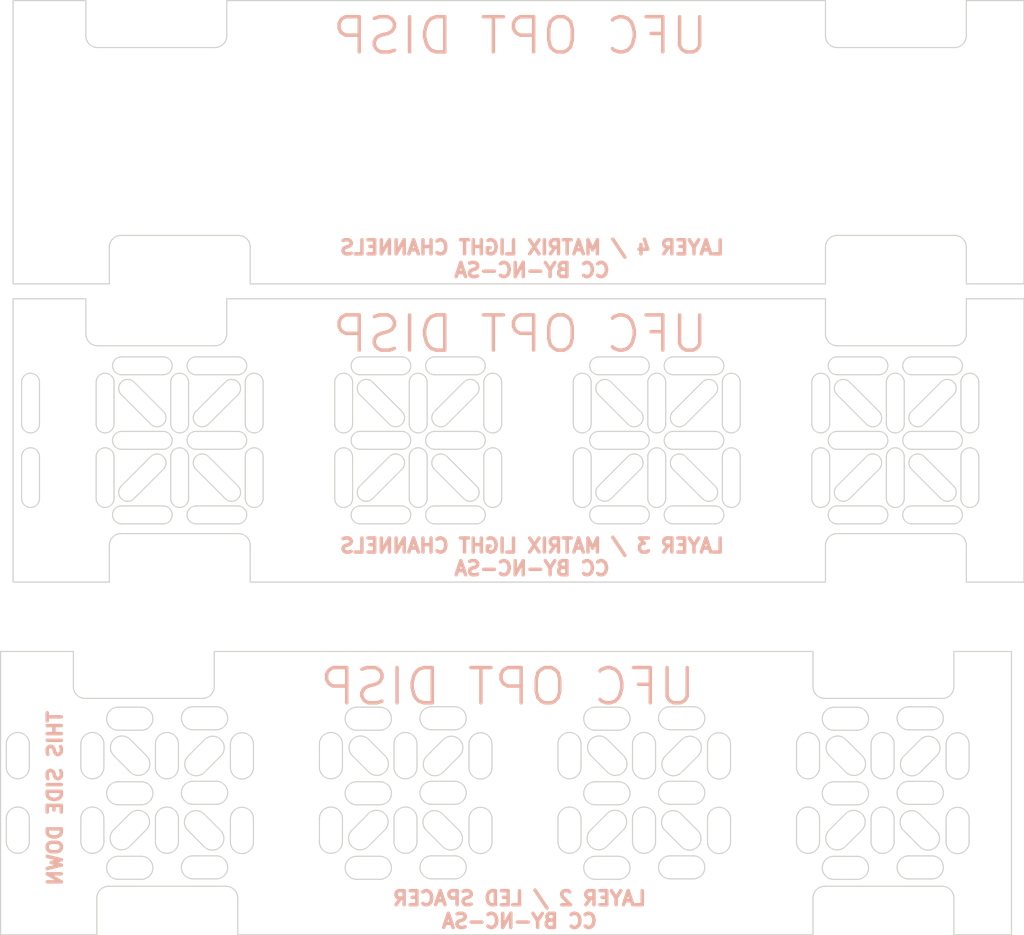
<source format=kicad_pcb>
(kicad_pcb (version 20171130) (host pcbnew "(5.1.4)-1")

  (general
    (thickness 1.6)
    (drawings 619)
    (tracks 0)
    (zones 0)
    (modules 66)
    (nets 1)
  )

  (page A4)
  (layers
    (0 F.Cu signal)
    (31 B.Cu signal)
    (32 B.Adhes user)
    (33 F.Adhes user)
    (34 B.Paste user)
    (35 F.Paste user)
    (36 B.SilkS user)
    (37 F.SilkS user)
    (38 B.Mask user)
    (39 F.Mask user)
    (40 Dwgs.User user)
    (41 Cmts.User user)
    (42 Eco1.User user)
    (43 Eco2.User user)
    (44 Edge.Cuts user)
    (45 Margin user)
    (46 B.CrtYd user)
    (47 F.CrtYd user)
    (48 B.Fab user)
    (49 F.Fab user)
  )

  (setup
    (last_trace_width 0.25)
    (user_trace_width 0.1524)
    (user_trace_width 0.2032)
    (user_trace_width 0.3048)
    (user_trace_width 0.4572)
    (user_trace_width 0.1524)
    (user_trace_width 0.2032)
    (user_trace_width 0.3048)
    (user_trace_width 0.4572)
    (trace_clearance 0.2)
    (zone_clearance 0.508)
    (zone_45_only no)
    (trace_min 0.127)
    (via_size 0.8)
    (via_drill 0.4)
    (via_min_size 0.45)
    (via_min_drill 0.2)
    (user_via 0.45 0.2)
    (user_via 0.45 0.2)
    (uvia_size 0.3)
    (uvia_drill 0.1)
    (uvias_allowed no)
    (uvia_min_size 0.2)
    (uvia_min_drill 0.1)
    (edge_width 0.05)
    (segment_width 0.2)
    (pcb_text_width 0.3)
    (pcb_text_size 1.5 1.5)
    (mod_edge_width 0.12)
    (mod_text_size 1 1)
    (mod_text_width 0.15)
    (pad_size 0.59 0.64)
    (pad_drill 0)
    (pad_to_mask_clearance 0.051)
    (solder_mask_min_width 0.25)
    (aux_axis_origin 101.0285 48.4505)
    (grid_origin 108.1225 81.18)
    (visible_elements 7FFFF7DF)
    (pcbplotparams
      (layerselection 0x010fc_ffffffff)
      (usegerberextensions false)
      (usegerberattributes false)
      (usegerberadvancedattributes false)
      (creategerberjobfile false)
      (excludeedgelayer true)
      (linewidth 0.100000)
      (plotframeref false)
      (viasonmask false)
      (mode 1)
      (useauxorigin false)
      (hpglpennumber 1)
      (hpglpenspeed 20)
      (hpglpendiameter 15.000000)
      (psnegative false)
      (psa4output false)
      (plotreference true)
      (plotvalue true)
      (plotinvisibletext false)
      (padsonsilk false)
      (subtractmaskfromsilk false)
      (outputformat 1)
      (mirror false)
      (drillshape 1)
      (scaleselection 1)
      (outputdirectory ""))
  )

  (net 0 "")

  (net_class Default "This is the default net class."
    (clearance 0.2)
    (trace_width 0.25)
    (via_dia 0.8)
    (via_drill 0.4)
    (uvia_dia 0.3)
    (uvia_drill 0.1)
  )

  (module KiCAD_Libraries:OPT_DISP_NPTH_0.6x0.9mmx3 (layer F.Cu) (tedit 5FB81E2A) (tstamp 5FB88321)
    (at 101.8815 58.347 90)
    (path /5FDF4EE0)
    (fp_text reference D65 (at 0 -1.17 90) (layer F.SilkS) hide
      (effects (font (size 1 1) (thickness 0.15)))
    )
    (fp_text value LED (at 0 1.17 90) (layer F.Fab)
      (effects (font (size 1 1) (thickness 0.15)))
    )
    (fp_text user %R (at 0 0 90) (layer F.Fab)
      (effects (font (size 0.25 0.25) (thickness 0.04)))
    )
    (pad "" np_thru_hole circle (at 0.9 0 90) (size 0.6 0.6) (drill 0.6) (layers *.Cu *.Mask))
    (pad "" np_thru_hole circle (at -0.9 0 90) (size 0.6 0.6) (drill 0.6) (layers *.Cu *.Mask))
    (pad "" np_thru_hole circle (at 0 0 90) (size 0.6 0.6) (drill 0.6) (layers *.Cu *.Mask))
  )

  (module KiCAD_Libraries:OPT_DISP_NPTH_0.6x0.9mmx3 (layer F.Cu) (tedit 5FB81E2A) (tstamp 5FB883A9)
    (at 101.8815 61.522 90)
    (path /5FDF56CD)
    (fp_text reference D66 (at 0 -1.17 90) (layer F.SilkS) hide
      (effects (font (size 1 1) (thickness 0.15)))
    )
    (fp_text value LED (at 0 1.17 90) (layer F.Fab)
      (effects (font (size 1 1) (thickness 0.15)))
    )
    (fp_text user %R (at 0 0 90) (layer F.Fab)
      (effects (font (size 0.25 0.25) (thickness 0.04)))
    )
    (pad "" np_thru_hole circle (at 0.9 0 90) (size 0.6 0.6) (drill 0.6) (layers *.Cu *.Mask))
    (pad "" np_thru_hole circle (at -0.9 0 90) (size 0.6 0.6) (drill 0.6) (layers *.Cu *.Mask))
    (pad "" np_thru_hole circle (at 0 0 90) (size 0.6 0.6) (drill 0.6) (layers *.Cu *.Mask))
  )

  (module KiCAD_Libraries:OPT_DISP_NPTH_0.6x0.9mmx3 (layer F.Cu) (tedit 5FB81E2A) (tstamp 5FB88024)
    (at 105.0565 58.347 270)
    (path /5FB59324)
    (fp_text reference D1 (at 0 -1.17 90) (layer F.SilkS) hide
      (effects (font (size 1 1) (thickness 0.15)))
    )
    (fp_text value LED (at 0 1.17 90) (layer F.Fab)
      (effects (font (size 1 1) (thickness 0.15)))
    )
    (fp_text user %R (at 0 0 90) (layer F.Fab)
      (effects (font (size 0.25 0.25) (thickness 0.04)))
    )
    (pad "" np_thru_hole circle (at 0.9 0 270) (size 0.6 0.6) (drill 0.6) (layers *.Cu *.Mask))
    (pad "" np_thru_hole circle (at -0.9 0 270) (size 0.6 0.6) (drill 0.6) (layers *.Cu *.Mask))
    (pad "" np_thru_hole circle (at 0 0 270) (size 0.6 0.6) (drill 0.6) (layers *.Cu *.Mask))
  )

  (module KiCAD_Libraries:OPT_DISP_NPTH_0.6x0.9mmx3 (layer F.Cu) (tedit 5FB81E2A) (tstamp 5FB87F9C)
    (at 105.0565 61.522 90)
    (path /5FB5A1A3)
    (fp_text reference D2 (at 0 -1.17 90) (layer F.SilkS) hide
      (effects (font (size 1 1) (thickness 0.15)))
    )
    (fp_text value LED (at 0 1.17 90) (layer F.Fab)
      (effects (font (size 1 1) (thickness 0.15)))
    )
    (fp_text user %R (at 0 0 90) (layer F.Fab)
      (effects (font (size 0.25 0.25) (thickness 0.04)))
    )
    (pad "" np_thru_hole circle (at 0.9 0 90) (size 0.6 0.6) (drill 0.6) (layers *.Cu *.Mask))
    (pad "" np_thru_hole circle (at -0.9 0 90) (size 0.6 0.6) (drill 0.6) (layers *.Cu *.Mask))
    (pad "" np_thru_hole circle (at 0 0 90) (size 0.6 0.6) (drill 0.6) (layers *.Cu *.Mask))
  )

  (module KiCAD_Libraries:OPT_DISP_NPTH_0.6x0.9mmx3 (layer F.Cu) (tedit 5FB81E2A) (tstamp 5FB88057)
    (at 106.644 59.9345)
    (path /5FB5BEE6)
    (fp_text reference D5 (at 0 -1.17) (layer F.SilkS) hide
      (effects (font (size 1 1) (thickness 0.15)))
    )
    (fp_text value LED (at 0 1.17) (layer F.Fab)
      (effects (font (size 1 1) (thickness 0.15)))
    )
    (fp_text user %R (at 0 0) (layer F.Fab)
      (effects (font (size 0.25 0.25) (thickness 0.04)))
    )
    (pad "" np_thru_hole circle (at 0.9 0) (size 0.6 0.6) (drill 0.6) (layers *.Cu *.Mask))
    (pad "" np_thru_hole circle (at -0.9 0) (size 0.6 0.6) (drill 0.6) (layers *.Cu *.Mask))
    (pad "" np_thru_hole circle (at 0 0) (size 0.6 0.6) (drill 0.6) (layers *.Cu *.Mask))
  )

  (module KiCAD_Libraries:OPT_DISP_NPTH_0.6x0.9mmx3 (layer F.Cu) (tedit 5FB81E2A) (tstamp 5FB87FBE)
    (at 106.644 58.347 315)
    (path /5FB5B136)
    (fp_text reference D4 (at 0 -1.17 135) (layer F.SilkS) hide
      (effects (font (size 0.6 0.6) (thickness 0.15)))
    )
    (fp_text value LED (at 0 1.17 135) (layer F.Fab)
      (effects (font (size 1 1) (thickness 0.15)))
    )
    (fp_text user %R (at 0 0 135) (layer F.Fab)
      (effects (font (size 0.25 0.25) (thickness 0.04)))
    )
    (pad "" np_thru_hole circle (at 0.9 0 315) (size 0.6 0.6) (drill 0.6) (layers *.Cu *.Mask))
    (pad "" np_thru_hole circle (at -0.9 0 315) (size 0.6 0.6) (drill 0.6) (layers *.Cu *.Mask))
    (pad "" np_thru_hole circle (at 0 0 315) (size 0.6 0.6) (drill 0.6) (layers *.Cu *.Mask))
  )

  (module KiCAD_Libraries:OPT_DISP_NPTH_0.6x0.9mmx3 (layer F.Cu) (tedit 5FB81E2A) (tstamp 5FB87FF1)
    (at 108.2315 58.347 270)
    (path /5FB5BF0A)
    (fp_text reference D8 (at 0 -1.17 90) (layer F.SilkS) hide
      (effects (font (size 1 1) (thickness 0.15)))
    )
    (fp_text value LED (at 0 1.17 90) (layer F.Fab)
      (effects (font (size 1 1) (thickness 0.15)))
    )
    (fp_text user %R (at 0 0 90) (layer F.Fab)
      (effects (font (size 0.25 0.25) (thickness 0.04)))
    )
    (pad "" np_thru_hole circle (at 0.9 0 270) (size 0.6 0.6) (drill 0.6) (layers *.Cu *.Mask))
    (pad "" np_thru_hole circle (at -0.9 0 270) (size 0.6 0.6) (drill 0.6) (layers *.Cu *.Mask))
    (pad "" np_thru_hole circle (at 0 0 270) (size 0.6 0.6) (drill 0.6) (layers *.Cu *.Mask))
  )

  (module KiCAD_Libraries:OPT_DISP_NPTH_0.6x0.9mmx3 (layer F.Cu) (tedit 5FB81E2A) (tstamp 5FB87FAD)
    (at 106.644 56.7595)
    (path /5FB5B12A)
    (fp_text reference D3 (at 0 -1.17) (layer F.SilkS) hide
      (effects (font (size 1 1) (thickness 0.15)))
    )
    (fp_text value LED (at 0 1.17) (layer F.Fab)
      (effects (font (size 1 1) (thickness 0.15)))
    )
    (fp_text user %R (at 0 0) (layer F.Fab)
      (effects (font (size 0.25 0.25) (thickness 0.04)))
    )
    (pad "" np_thru_hole circle (at 0.9 0) (size 0.6 0.6) (drill 0.6) (layers *.Cu *.Mask))
    (pad "" np_thru_hole circle (at -0.9 0) (size 0.6 0.6) (drill 0.6) (layers *.Cu *.Mask))
    (pad "" np_thru_hole circle (at 0 0) (size 0.6 0.6) (drill 0.6) (layers *.Cu *.Mask))
  )

  (module KiCAD_Libraries:OPT_DISP_NPTH_0.6x0.9mmx3 (layer F.Cu) (tedit 5FB81E2A) (tstamp 5FB87FE0)
    (at 109.819 56.7595)
    (path /5FB5EA18)
    (fp_text reference D10 (at 0 -1.17) (layer F.SilkS) hide
      (effects (font (size 1 1) (thickness 0.15)))
    )
    (fp_text value LED (at 0 1.17) (layer F.Fab)
      (effects (font (size 1 1) (thickness 0.15)))
    )
    (fp_text user %R (at 0 0) (layer F.Fab)
      (effects (font (size 0.25 0.25) (thickness 0.04)))
    )
    (pad "" np_thru_hole circle (at 0.9 0) (size 0.6 0.6) (drill 0.6) (layers *.Cu *.Mask))
    (pad "" np_thru_hole circle (at -0.9 0) (size 0.6 0.6) (drill 0.6) (layers *.Cu *.Mask))
    (pad "" np_thru_hole circle (at 0 0) (size 0.6 0.6) (drill 0.6) (layers *.Cu *.Mask))
  )

  (module KiCAD_Libraries:OPT_DISP_NPTH_0.6x0.9mmx3 (layer F.Cu) (tedit 5FB81E2A) (tstamp 5FB88002)
    (at 109.819 58.347 45)
    (path /5FB5EA24)
    (fp_text reference D11 (at 0 -1.17 45) (layer F.SilkS) hide
      (effects (font (size 1 1) (thickness 0.15)))
    )
    (fp_text value LED (at 0 1.17 45) (layer F.Fab)
      (effects (font (size 1 1) (thickness 0.15)))
    )
    (fp_text user %R (at 0 0 45) (layer F.Fab)
      (effects (font (size 0.25 0.25) (thickness 0.04)))
    )
    (pad "" np_thru_hole circle (at 0.9 0 45) (size 0.6 0.6) (drill 0.6) (layers *.Cu *.Mask))
    (pad "" np_thru_hole circle (at -0.9 0 45) (size 0.6 0.6) (drill 0.6) (layers *.Cu *.Mask))
    (pad "" np_thru_hole circle (at 0 0 45) (size 0.6 0.6) (drill 0.6) (layers *.Cu *.Mask))
  )

  (module KiCAD_Libraries:OPT_DISP_NPTH_0.6x0.9mmx3 (layer F.Cu) (tedit 5FB81E2A) (tstamp 5FB8808A)
    (at 109.819 59.9345)
    (path /5FB5EA30)
    (fp_text reference D12 (at 0 -1.17) (layer F.SilkS) hide
      (effects (font (size 1 1) (thickness 0.15)))
    )
    (fp_text value LED (at 0 1.17) (layer F.Fab)
      (effects (font (size 1 1) (thickness 0.15)))
    )
    (fp_text user %R (at 0 0) (layer F.Fab)
      (effects (font (size 0.25 0.25) (thickness 0.04)))
    )
    (pad "" np_thru_hole circle (at 0.9 0) (size 0.6 0.6) (drill 0.6) (layers *.Cu *.Mask))
    (pad "" np_thru_hole circle (at -0.9 0) (size 0.6 0.6) (drill 0.6) (layers *.Cu *.Mask))
    (pad "" np_thru_hole circle (at 0 0) (size 0.6 0.6) (drill 0.6) (layers *.Cu *.Mask))
  )

  (module KiCAD_Libraries:OPT_DISP_NPTH_0.6x0.9mmx3 (layer F.Cu) (tedit 5FB81E2A) (tstamp 5FB88046)
    (at 109.819 61.522 315)
    (path /5FB5EA3C)
    (fp_text reference D13 (at 0 -1.17 135) (layer F.SilkS) hide
      (effects (font (size 1 1) (thickness 0.15)))
    )
    (fp_text value LED (at 0 1.17 135) (layer F.Fab)
      (effects (font (size 1 1) (thickness 0.15)))
    )
    (fp_text user %R (at 0 0 135) (layer F.Fab)
      (effects (font (size 0.25 0.25) (thickness 0.04)))
    )
    (pad "" np_thru_hole circle (at 0.9 0 315) (size 0.6 0.6) (drill 0.6) (layers *.Cu *.Mask))
    (pad "" np_thru_hole circle (at -0.9 0 315) (size 0.6 0.6) (drill 0.6) (layers *.Cu *.Mask))
    (pad "" np_thru_hole circle (at 0 0 315) (size 0.6 0.6) (drill 0.6) (layers *.Cu *.Mask))
  )

  (module KiCAD_Libraries:OPT_DISP_NPTH_0.6x0.9mmx3 (layer F.Cu) (tedit 5FB81E2A) (tstamp 5FB88079)
    (at 108.2315 61.522 90)
    (path /5FB5EA0C)
    (fp_text reference D9 (at 0 -1.17 90) (layer F.SilkS) hide
      (effects (font (size 1 1) (thickness 0.15)))
    )
    (fp_text value LED (at 0 1.17 90) (layer F.Fab)
      (effects (font (size 1 1) (thickness 0.15)))
    )
    (fp_text user %R (at 0 0 90) (layer F.Fab)
      (effects (font (size 0.25 0.25) (thickness 0.04)))
    )
    (pad "" np_thru_hole circle (at 0.9 0 90) (size 0.6 0.6) (drill 0.6) (layers *.Cu *.Mask))
    (pad "" np_thru_hole circle (at -0.9 0 90) (size 0.6 0.6) (drill 0.6) (layers *.Cu *.Mask))
    (pad "" np_thru_hole circle (at 0 0 90) (size 0.6 0.6) (drill 0.6) (layers *.Cu *.Mask))
  )

  (module KiCAD_Libraries:OPT_DISP_NPTH_0.6x0.9mmx3 (layer F.Cu) (tedit 5FB81E2A) (tstamp 5FB87FCF)
    (at 106.644 61.522 45)
    (path /5FB5BEF2)
    (fp_text reference D6 (at 0 -1.17 45) (layer F.SilkS) hide
      (effects (font (size 1 1) (thickness 0.15)))
    )
    (fp_text value LED (at 0 1.17 45) (layer F.Fab)
      (effects (font (size 1 1) (thickness 0.15)))
    )
    (fp_text user %R (at 0 0 45) (layer F.Fab)
      (effects (font (size 0.25 0.25) (thickness 0.04)))
    )
    (pad "" np_thru_hole circle (at 0.9 0 45) (size 0.6 0.6) (drill 0.6) (layers *.Cu *.Mask))
    (pad "" np_thru_hole circle (at -0.9 0 45) (size 0.6 0.6) (drill 0.6) (layers *.Cu *.Mask))
    (pad "" np_thru_hole circle (at 0 0 45) (size 0.6 0.6) (drill 0.6) (layers *.Cu *.Mask))
  )

  (module KiCAD_Libraries:OPT_DISP_NPTH_0.6x0.9mmx3 (layer F.Cu) (tedit 5FB81E2A) (tstamp 5FB88068)
    (at 106.644 63.1095)
    (path /5FB5BEFE)
    (fp_text reference D7 (at 0 -1.17) (layer F.SilkS) hide
      (effects (font (size 1 1) (thickness 0.15)))
    )
    (fp_text value LED (at 0 1.17) (layer F.Fab)
      (effects (font (size 1 1) (thickness 0.15)))
    )
    (fp_text user %R (at 0 0) (layer F.Fab)
      (effects (font (size 0.25 0.25) (thickness 0.04)))
    )
    (pad "" np_thru_hole circle (at 0.9 0) (size 0.6 0.6) (drill 0.6) (layers *.Cu *.Mask))
    (pad "" np_thru_hole circle (at -0.9 0) (size 0.6 0.6) (drill 0.6) (layers *.Cu *.Mask))
    (pad "" np_thru_hole circle (at 0 0) (size 0.6 0.6) (drill 0.6) (layers *.Cu *.Mask))
  )

  (module KiCAD_Libraries:OPT_DISP_NPTH_0.6x0.9mmx3 (layer F.Cu) (tedit 5FB81E2A) (tstamp 5FB87F8B)
    (at 109.819 63.1095)
    (path /5FB5EA48)
    (fp_text reference D14 (at 0 -1.17) (layer F.SilkS) hide
      (effects (font (size 1 1) (thickness 0.15)))
    )
    (fp_text value LED (at 0 1.17) (layer F.Fab)
      (effects (font (size 1 1) (thickness 0.15)))
    )
    (fp_text user %R (at 0 0) (layer F.Fab)
      (effects (font (size 0.25 0.25) (thickness 0.04)))
    )
    (pad "" np_thru_hole circle (at 0.9 0) (size 0.6 0.6) (drill 0.6) (layers *.Cu *.Mask))
    (pad "" np_thru_hole circle (at -0.9 0) (size 0.6 0.6) (drill 0.6) (layers *.Cu *.Mask))
    (pad "" np_thru_hole circle (at 0 0) (size 0.6 0.6) (drill 0.6) (layers *.Cu *.Mask))
  )

  (module KiCAD_Libraries:OPT_DISP_NPTH_0.6x0.9mmx3 (layer F.Cu) (tedit 5FB81E2A) (tstamp 5FB88035)
    (at 111.4065 61.522 90)
    (path /5FB5EA60)
    (fp_text reference D16 (at 0 -1.17 90) (layer F.SilkS) hide
      (effects (font (size 1 1) (thickness 0.15)))
    )
    (fp_text value LED (at 0 1.17 90) (layer F.Fab)
      (effects (font (size 1 1) (thickness 0.15)))
    )
    (fp_text user %R (at 0 0 90) (layer F.Fab)
      (effects (font (size 0.25 0.25) (thickness 0.04)))
    )
    (pad "" np_thru_hole circle (at 0.9 0 90) (size 0.6 0.6) (drill 0.6) (layers *.Cu *.Mask))
    (pad "" np_thru_hole circle (at -0.9 0 90) (size 0.6 0.6) (drill 0.6) (layers *.Cu *.Mask))
    (pad "" np_thru_hole circle (at 0 0 90) (size 0.6 0.6) (drill 0.6) (layers *.Cu *.Mask))
  )

  (module KiCAD_Libraries:OPT_DISP_NPTH_0.6x0.9mmx3 (layer F.Cu) (tedit 5FB81E2A) (tstamp 5FB88013)
    (at 111.4065 58.347 270)
    (path /5FB5EA54)
    (fp_text reference D15 (at 0 -1.17 90) (layer F.SilkS) hide
      (effects (font (size 1 1) (thickness 0.15)))
    )
    (fp_text value LED (at 0 1.17 90) (layer F.Fab)
      (effects (font (size 1 1) (thickness 0.15)))
    )
    (fp_text user %R (at 0 0 90) (layer F.Fab)
      (effects (font (size 0.25 0.25) (thickness 0.04)))
    )
    (pad "" np_thru_hole circle (at 0.9 0 270) (size 0.6 0.6) (drill 0.6) (layers *.Cu *.Mask))
    (pad "" np_thru_hole circle (at -0.9 0 270) (size 0.6 0.6) (drill 0.6) (layers *.Cu *.Mask))
    (pad "" np_thru_hole circle (at 0 0 270) (size 0.6 0.6) (drill 0.6) (layers *.Cu *.Mask))
  )

  (module KiCAD_Libraries:OPT_DISP_NPTH_0.6x0.9mmx3 (layer F.Cu) (tedit 5FB81E2A) (tstamp 5FB880BD)
    (at 116.804 56.7595)
    (path /5FB63B12)
    (fp_text reference D19 (at 0 -1.17) (layer F.SilkS) hide
      (effects (font (size 1 1) (thickness 0.15)))
    )
    (fp_text value LED (at 0 1.17) (layer F.Fab)
      (effects (font (size 1 1) (thickness 0.15)))
    )
    (fp_text user %R (at 0 0) (layer F.Fab)
      (effects (font (size 0.25 0.25) (thickness 0.04)))
    )
    (pad "" np_thru_hole circle (at 0.9 0) (size 0.6 0.6) (drill 0.6) (layers *.Cu *.Mask))
    (pad "" np_thru_hole circle (at -0.9 0) (size 0.6 0.6) (drill 0.6) (layers *.Cu *.Mask))
    (pad "" np_thru_hole circle (at 0 0) (size 0.6 0.6) (drill 0.6) (layers *.Cu *.Mask))
  )

  (module KiCAD_Libraries:OPT_DISP_NPTH_0.6x0.9mmx3 (layer F.Cu) (tedit 5FB81E2A) (tstamp 5FB88123)
    (at 116.804 58.347 315)
    (path /5FB63B1E)
    (fp_text reference D20 (at 0 -1.17 135) (layer F.SilkS) hide
      (effects (font (size 1 1) (thickness 0.15)))
    )
    (fp_text value LED (at 0 1.17 135) (layer F.Fab)
      (effects (font (size 1 1) (thickness 0.15)))
    )
    (fp_text user %R (at 0 0 135) (layer F.Fab)
      (effects (font (size 0.25 0.25) (thickness 0.04)))
    )
    (pad "" np_thru_hole circle (at 0.9 0 315) (size 0.6 0.6) (drill 0.6) (layers *.Cu *.Mask))
    (pad "" np_thru_hole circle (at -0.9 0 315) (size 0.6 0.6) (drill 0.6) (layers *.Cu *.Mask))
    (pad "" np_thru_hole circle (at 0 0 315) (size 0.6 0.6) (drill 0.6) (layers *.Cu *.Mask))
  )

  (module KiCAD_Libraries:OPT_DISP_NPTH_0.6x0.9mmx3 (layer F.Cu) (tedit 5FB81E2A) (tstamp 5FB8809B)
    (at 115.2165 58.347 270)
    (path /5FB63AFA)
    (fp_text reference D17 (at 0 -1.17 90) (layer F.SilkS) hide
      (effects (font (size 1 1) (thickness 0.15)))
    )
    (fp_text value LED (at 0 1.17 90) (layer F.Fab)
      (effects (font (size 1 1) (thickness 0.15)))
    )
    (fp_text user %R (at 0 0 90) (layer F.Fab)
      (effects (font (size 0.25 0.25) (thickness 0.04)))
    )
    (pad "" np_thru_hole circle (at 0.9 0 270) (size 0.6 0.6) (drill 0.6) (layers *.Cu *.Mask))
    (pad "" np_thru_hole circle (at -0.9 0 270) (size 0.6 0.6) (drill 0.6) (layers *.Cu *.Mask))
    (pad "" np_thru_hole circle (at 0 0 270) (size 0.6 0.6) (drill 0.6) (layers *.Cu *.Mask))
  )

  (module KiCAD_Libraries:OPT_DISP_NPTH_0.6x0.9mmx3 (layer F.Cu) (tedit 5FB81E2A) (tstamp 5FB880DF)
    (at 118.3915 58.347 270)
    (path /5FB63B4E)
    (fp_text reference D24 (at 0 -1.17 90) (layer F.SilkS) hide
      (effects (font (size 1 1) (thickness 0.15)))
    )
    (fp_text value LED (at 0 1.17 90) (layer F.Fab)
      (effects (font (size 1 1) (thickness 0.15)))
    )
    (fp_text user %R (at 0 0 90) (layer F.Fab)
      (effects (font (size 0.25 0.25) (thickness 0.04)))
    )
    (pad "" np_thru_hole circle (at 0.9 0 270) (size 0.6 0.6) (drill 0.6) (layers *.Cu *.Mask))
    (pad "" np_thru_hole circle (at -0.9 0 270) (size 0.6 0.6) (drill 0.6) (layers *.Cu *.Mask))
    (pad "" np_thru_hole circle (at 0 0 270) (size 0.6 0.6) (drill 0.6) (layers *.Cu *.Mask))
  )

  (module KiCAD_Libraries:OPT_DISP_NPTH_0.6x0.9mmx3 (layer F.Cu) (tedit 5FB81E2A) (tstamp 5FB88101)
    (at 119.979 56.7595)
    (path /5FB63B77)
    (fp_text reference D26 (at 0 -1.17) (layer F.SilkS) hide
      (effects (font (size 1 1) (thickness 0.15)))
    )
    (fp_text value LED (at 0 1.17) (layer F.Fab)
      (effects (font (size 1 1) (thickness 0.15)))
    )
    (fp_text user %R (at 0 0) (layer F.Fab)
      (effects (font (size 0.25 0.25) (thickness 0.04)))
    )
    (pad "" np_thru_hole circle (at 0.9 0) (size 0.6 0.6) (drill 0.6) (layers *.Cu *.Mask))
    (pad "" np_thru_hole circle (at -0.9 0) (size 0.6 0.6) (drill 0.6) (layers *.Cu *.Mask))
    (pad "" np_thru_hole circle (at 0 0) (size 0.6 0.6) (drill 0.6) (layers *.Cu *.Mask))
  )

  (module KiCAD_Libraries:OPT_DISP_NPTH_0.6x0.9mmx3 (layer F.Cu) (tedit 5FB81E2A) (tstamp 5FB881AB)
    (at 119.979 58.347 45)
    (path /5FB63B83)
    (fp_text reference D27 (at 0 -1.17 45) (layer F.SilkS) hide
      (effects (font (size 1 1) (thickness 0.15)))
    )
    (fp_text value LED (at 0 1.17 45) (layer F.Fab)
      (effects (font (size 1 1) (thickness 0.15)))
    )
    (fp_text user %R (at 0 0 45) (layer F.Fab)
      (effects (font (size 0.25 0.25) (thickness 0.04)))
    )
    (pad "" np_thru_hole circle (at 0.9 0 45) (size 0.6 0.6) (drill 0.6) (layers *.Cu *.Mask))
    (pad "" np_thru_hole circle (at -0.9 0 45) (size 0.6 0.6) (drill 0.6) (layers *.Cu *.Mask))
    (pad "" np_thru_hole circle (at 0 0 45) (size 0.6 0.6) (drill 0.6) (layers *.Cu *.Mask))
  )

  (module KiCAD_Libraries:OPT_DISP_NPTH_0.6x0.9mmx3 (layer F.Cu) (tedit 5FB81E2A) (tstamp 5FB88134)
    (at 121.5665 58.347 270)
    (path /5FB63BB3)
    (fp_text reference D31 (at 0 -1.17 90) (layer F.SilkS) hide
      (effects (font (size 1 1) (thickness 0.15)))
    )
    (fp_text value LED (at 0 1.17 90) (layer F.Fab)
      (effects (font (size 1 1) (thickness 0.15)))
    )
    (fp_text user %R (at 0 0 90) (layer F.Fab)
      (effects (font (size 0.25 0.25) (thickness 0.04)))
    )
    (pad "" np_thru_hole circle (at 0.9 0 270) (size 0.6 0.6) (drill 0.6) (layers *.Cu *.Mask))
    (pad "" np_thru_hole circle (at -0.9 0 270) (size 0.6 0.6) (drill 0.6) (layers *.Cu *.Mask))
    (pad "" np_thru_hole circle (at 0 0 270) (size 0.6 0.6) (drill 0.6) (layers *.Cu *.Mask))
  )

  (module KiCAD_Libraries:OPT_DISP_NPTH_0.6x0.9mmx3 (layer F.Cu) (tedit 5FB81E2A) (tstamp 5FB88167)
    (at 116.804 59.9345)
    (path /5FB63B2A)
    (fp_text reference D21 (at 0 -1.17) (layer F.SilkS) hide
      (effects (font (size 1 1) (thickness 0.15)))
    )
    (fp_text value LED (at 0 1.17) (layer F.Fab)
      (effects (font (size 1 1) (thickness 0.15)))
    )
    (fp_text user %R (at 0 0) (layer F.Fab)
      (effects (font (size 0.25 0.25) (thickness 0.04)))
    )
    (pad "" np_thru_hole circle (at 0.9 0) (size 0.6 0.6) (drill 0.6) (layers *.Cu *.Mask))
    (pad "" np_thru_hole circle (at -0.9 0) (size 0.6 0.6) (drill 0.6) (layers *.Cu *.Mask))
    (pad "" np_thru_hole circle (at 0 0) (size 0.6 0.6) (drill 0.6) (layers *.Cu *.Mask))
  )

  (module KiCAD_Libraries:OPT_DISP_NPTH_0.6x0.9mmx3 (layer F.Cu) (tedit 5FB81E2A) (tstamp 5FB880AC)
    (at 115.2165 61.522 90)
    (path /5FB63B06)
    (fp_text reference D18 (at 0 -1.27 90) (layer F.SilkS) hide
      (effects (font (size 1 1) (thickness 0.15)))
    )
    (fp_text value LED (at 0 1.17 90) (layer F.Fab)
      (effects (font (size 1 1) (thickness 0.15)))
    )
    (fp_text user %R (at 0 0 90) (layer F.Fab)
      (effects (font (size 0.25 0.25) (thickness 0.04)))
    )
    (pad "" np_thru_hole circle (at 0.9 0 90) (size 0.6 0.6) (drill 0.6) (layers *.Cu *.Mask))
    (pad "" np_thru_hole circle (at -0.9 0 90) (size 0.6 0.6) (drill 0.6) (layers *.Cu *.Mask))
    (pad "" np_thru_hole circle (at 0 0 90) (size 0.6 0.6) (drill 0.6) (layers *.Cu *.Mask))
  )

  (module KiCAD_Libraries:OPT_DISP_NPTH_0.6x0.9mmx3 (layer F.Cu) (tedit 5FB81E2A) (tstamp 5FB880CE)
    (at 116.804 61.522 45)
    (path /5FB63B36)
    (fp_text reference D22 (at 0 -1.17 45) (layer F.SilkS) hide
      (effects (font (size 1 1) (thickness 0.15)))
    )
    (fp_text value LED (at 0 1.17 45) (layer F.Fab)
      (effects (font (size 1 1) (thickness 0.15)))
    )
    (fp_text user %R (at 0 0 45) (layer F.Fab)
      (effects (font (size 0.25 0.25) (thickness 0.04)))
    )
    (pad "" np_thru_hole circle (at 0.9 0 45) (size 0.6 0.6) (drill 0.6) (layers *.Cu *.Mask))
    (pad "" np_thru_hole circle (at -0.9 0 45) (size 0.6 0.6) (drill 0.6) (layers *.Cu *.Mask))
    (pad "" np_thru_hole circle (at 0 0 45) (size 0.6 0.6) (drill 0.6) (layers *.Cu *.Mask))
  )

  (module KiCAD_Libraries:OPT_DISP_NPTH_0.6x0.9mmx3 (layer F.Cu) (tedit 5FB81E2A) (tstamp 5FB880F0)
    (at 118.3915 61.522 90)
    (path /5FB63B6B)
    (fp_text reference D25 (at 0 -1.17 90) (layer F.SilkS) hide
      (effects (font (size 1 1) (thickness 0.15)))
    )
    (fp_text value LED (at 0 1.17 90) (layer F.Fab)
      (effects (font (size 1 1) (thickness 0.15)))
    )
    (fp_text user %R (at 0 0 90) (layer F.Fab)
      (effects (font (size 0.25 0.25) (thickness 0.04)))
    )
    (pad "" np_thru_hole circle (at 0.9 0 90) (size 0.6 0.6) (drill 0.6) (layers *.Cu *.Mask))
    (pad "" np_thru_hole circle (at -0.9 0 90) (size 0.6 0.6) (drill 0.6) (layers *.Cu *.Mask))
    (pad "" np_thru_hole circle (at 0 0 90) (size 0.6 0.6) (drill 0.6) (layers *.Cu *.Mask))
  )

  (module KiCAD_Libraries:OPT_DISP_NPTH_0.6x0.9mmx3 (layer F.Cu) (tedit 5FB81E2A) (tstamp 5FB88189)
    (at 119.979 61.522 315)
    (path /5FB63B9B)
    (fp_text reference D29 (at 0 -1.17 135) (layer F.SilkS) hide
      (effects (font (size 1 1) (thickness 0.15)))
    )
    (fp_text value LED (at 0 1.17 135) (layer F.Fab)
      (effects (font (size 1 1) (thickness 0.15)))
    )
    (fp_text user %R (at 0 0 135) (layer F.Fab)
      (effects (font (size 0.25 0.25) (thickness 0.04)))
    )
    (pad "" np_thru_hole circle (at 0.9 0 315) (size 0.6 0.6) (drill 0.6) (layers *.Cu *.Mask))
    (pad "" np_thru_hole circle (at -0.9 0 315) (size 0.6 0.6) (drill 0.6) (layers *.Cu *.Mask))
    (pad "" np_thru_hole circle (at 0 0 315) (size 0.6 0.6) (drill 0.6) (layers *.Cu *.Mask))
  )

  (module KiCAD_Libraries:OPT_DISP_NPTH_0.6x0.9mmx3 (layer F.Cu) (tedit 5FB81E2A) (tstamp 5FB881BC)
    (at 119.979 59.9345)
    (path /5FB63B8F)
    (fp_text reference D28 (at 0 -1.17) (layer F.SilkS) hide
      (effects (font (size 1 1) (thickness 0.15)))
    )
    (fp_text value LED (at 0 1.17) (layer F.Fab)
      (effects (font (size 1 1) (thickness 0.15)))
    )
    (fp_text user %R (at 0 0) (layer F.Fab)
      (effects (font (size 0.25 0.25) (thickness 0.04)))
    )
    (pad "" np_thru_hole circle (at 0.9 0) (size 0.6 0.6) (drill 0.6) (layers *.Cu *.Mask))
    (pad "" np_thru_hole circle (at -0.9 0) (size 0.6 0.6) (drill 0.6) (layers *.Cu *.Mask))
    (pad "" np_thru_hole circle (at 0 0) (size 0.6 0.6) (drill 0.6) (layers *.Cu *.Mask))
  )

  (module KiCAD_Libraries:OPT_DISP_NPTH_0.6x0.9mmx3 (layer F.Cu) (tedit 5FB81E2A) (tstamp 5FB88112)
    (at 121.5665 61.522 90)
    (path /5FB63BBF)
    (fp_text reference D32 (at 0 -1.17 90) (layer F.SilkS) hide
      (effects (font (size 1 1) (thickness 0.15)))
    )
    (fp_text value LED (at 0 1.17 90) (layer F.Fab)
      (effects (font (size 1 1) (thickness 0.15)))
    )
    (fp_text user %R (at 0 0 90) (layer F.Fab)
      (effects (font (size 0.25 0.25) (thickness 0.04)))
    )
    (pad "" np_thru_hole circle (at 0.9 0 90) (size 0.6 0.6) (drill 0.6) (layers *.Cu *.Mask))
    (pad "" np_thru_hole circle (at -0.9 0 90) (size 0.6 0.6) (drill 0.6) (layers *.Cu *.Mask))
    (pad "" np_thru_hole circle (at 0 0 90) (size 0.6 0.6) (drill 0.6) (layers *.Cu *.Mask))
  )

  (module KiCAD_Libraries:OPT_DISP_NPTH_0.6x0.9mmx3 (layer F.Cu) (tedit 5FB81E2A) (tstamp 5FB88178)
    (at 119.979 63.1095)
    (path /5FB63BA7)
    (fp_text reference D30 (at 0 -1.17) (layer F.SilkS) hide
      (effects (font (size 1 1) (thickness 0.15)))
    )
    (fp_text value LED (at 0 1.17) (layer F.Fab)
      (effects (font (size 1 1) (thickness 0.15)))
    )
    (fp_text user %R (at 0 0) (layer F.Fab)
      (effects (font (size 0.25 0.25) (thickness 0.04)))
    )
    (pad "" np_thru_hole circle (at 0.9 0) (size 0.6 0.6) (drill 0.6) (layers *.Cu *.Mask))
    (pad "" np_thru_hole circle (at -0.9 0) (size 0.6 0.6) (drill 0.6) (layers *.Cu *.Mask))
    (pad "" np_thru_hole circle (at 0 0) (size 0.6 0.6) (drill 0.6) (layers *.Cu *.Mask))
  )

  (module KiCAD_Libraries:OPT_DISP_NPTH_0.6x0.9mmx3 (layer F.Cu) (tedit 5FB81E2A) (tstamp 5FB88156)
    (at 116.804 63.1095)
    (path /5FB63B42)
    (fp_text reference D23 (at 0 -1.17) (layer F.SilkS) hide
      (effects (font (size 1 1) (thickness 0.15)))
    )
    (fp_text value LED (at 0 1.17) (layer F.Fab)
      (effects (font (size 1 1) (thickness 0.15)))
    )
    (fp_text user %R (at 0 0) (layer F.Fab)
      (effects (font (size 0.25 0.25) (thickness 0.04)))
    )
    (pad "" np_thru_hole circle (at 0.9 0) (size 0.6 0.6) (drill 0.6) (layers *.Cu *.Mask))
    (pad "" np_thru_hole circle (at -0.9 0) (size 0.6 0.6) (drill 0.6) (layers *.Cu *.Mask))
    (pad "" np_thru_hole circle (at 0 0) (size 0.6 0.6) (drill 0.6) (layers *.Cu *.Mask))
  )

  (module KiCAD_Libraries:OPT_DISP_NPTH_0.6x0.9mmx3 (layer F.Cu) (tedit 5FB81E2A) (tstamp 5FB8819A)
    (at 125.3765 61.522 90)
    (path /5FB6DEB6)
    (fp_text reference D34 (at 0 -1.17 90) (layer F.SilkS) hide
      (effects (font (size 1 1) (thickness 0.15)))
    )
    (fp_text value LED (at 0 1.17 90) (layer F.Fab)
      (effects (font (size 1 1) (thickness 0.15)))
    )
    (fp_text user %R (at 0 0 90) (layer F.Fab)
      (effects (font (size 0.25 0.25) (thickness 0.04)))
    )
    (pad "" np_thru_hole circle (at 0.9 0 90) (size 0.6 0.6) (drill 0.6) (layers *.Cu *.Mask))
    (pad "" np_thru_hole circle (at -0.9 0 90) (size 0.6 0.6) (drill 0.6) (layers *.Cu *.Mask))
    (pad "" np_thru_hole circle (at 0 0 90) (size 0.6 0.6) (drill 0.6) (layers *.Cu *.Mask))
  )

  (module KiCAD_Libraries:OPT_DISP_NPTH_0.6x0.9mmx3 (layer F.Cu) (tedit 5FB81E2A) (tstamp 5FB88222)
    (at 130.139 61.522 315)
    (path /5FB6DF4B)
    (fp_text reference D45 (at 0 -1.17 135) (layer F.SilkS) hide
      (effects (font (size 1 1) (thickness 0.15)))
    )
    (fp_text value LED (at 0 1.17 135) (layer F.Fab)
      (effects (font (size 1 1) (thickness 0.15)))
    )
    (fp_text user %R (at 0 0 135) (layer F.Fab)
      (effects (font (size 0.25 0.25) (thickness 0.04)))
    )
    (pad "" np_thru_hole circle (at 0.9 0 315) (size 0.6 0.6) (drill 0.6) (layers *.Cu *.Mask))
    (pad "" np_thru_hole circle (at -0.9 0 315) (size 0.6 0.6) (drill 0.6) (layers *.Cu *.Mask))
    (pad "" np_thru_hole circle (at 0 0 315) (size 0.6 0.6) (drill 0.6) (layers *.Cu *.Mask))
  )

  (module KiCAD_Libraries:OPT_DISP_NPTH_0.6x0.9mmx3 (layer F.Cu) (tedit 5FB81E2A) (tstamp 5FB88266)
    (at 126.964 59.9345)
    (path /5FB6DEDA)
    (fp_text reference D37 (at 0 -1.17) (layer F.SilkS) hide
      (effects (font (size 1 1) (thickness 0.15)))
    )
    (fp_text value LED (at 0 1.17) (layer F.Fab)
      (effects (font (size 1 1) (thickness 0.15)))
    )
    (fp_text user %R (at 0 0) (layer F.Fab)
      (effects (font (size 0.25 0.25) (thickness 0.04)))
    )
    (pad "" np_thru_hole circle (at 0.9 0) (size 0.6 0.6) (drill 0.6) (layers *.Cu *.Mask))
    (pad "" np_thru_hole circle (at -0.9 0) (size 0.6 0.6) (drill 0.6) (layers *.Cu *.Mask))
    (pad "" np_thru_hole circle (at 0 0) (size 0.6 0.6) (drill 0.6) (layers *.Cu *.Mask))
  )

  (module KiCAD_Libraries:OPT_DISP_NPTH_0.6x0.9mmx3 (layer F.Cu) (tedit 5FB81E2A) (tstamp 5FB881EF)
    (at 126.964 61.522 45)
    (path /5FB6DEE6)
    (fp_text reference D38 (at 0 -1.17 45) (layer F.SilkS) hide
      (effects (font (size 1 1) (thickness 0.15)))
    )
    (fp_text value LED (at 0 1.17 45) (layer F.Fab)
      (effects (font (size 1 1) (thickness 0.15)))
    )
    (fp_text user %R (at 0 0 45) (layer F.Fab)
      (effects (font (size 0.25 0.25) (thickness 0.04)))
    )
    (pad "" np_thru_hole circle (at 0.9 0 45) (size 0.6 0.6) (drill 0.6) (layers *.Cu *.Mask))
    (pad "" np_thru_hole circle (at -0.9 0 45) (size 0.6 0.6) (drill 0.6) (layers *.Cu *.Mask))
    (pad "" np_thru_hole circle (at 0 0 45) (size 0.6 0.6) (drill 0.6) (layers *.Cu *.Mask))
  )

  (module KiCAD_Libraries:OPT_DISP_NPTH_0.6x0.9mmx3 (layer F.Cu) (tedit 5FB81E2A) (tstamp 5FB88211)
    (at 130.139 59.9345)
    (path /5FB6DF3F)
    (fp_text reference D44 (at 0 -1.17) (layer F.SilkS) hide
      (effects (font (size 1 1) (thickness 0.15)))
    )
    (fp_text value LED (at 0 1.17) (layer F.Fab)
      (effects (font (size 1 1) (thickness 0.15)))
    )
    (fp_text user %R (at 0 0) (layer F.Fab)
      (effects (font (size 0.25 0.25) (thickness 0.04)))
    )
    (pad "" np_thru_hole circle (at 0.9 0) (size 0.6 0.6) (drill 0.6) (layers *.Cu *.Mask))
    (pad "" np_thru_hole circle (at -0.9 0) (size 0.6 0.6) (drill 0.6) (layers *.Cu *.Mask))
    (pad "" np_thru_hole circle (at 0 0) (size 0.6 0.6) (drill 0.6) (layers *.Cu *.Mask))
  )

  (module KiCAD_Libraries:OPT_DISP_NPTH_0.6x0.9mmx3 (layer F.Cu) (tedit 5FB81E2A) (tstamp 5FB88244)
    (at 131.7265 61.522 90)
    (path /5FB6DF6F)
    (fp_text reference D48 (at 0 -1.17 90) (layer F.SilkS) hide
      (effects (font (size 1 1) (thickness 0.15)))
    )
    (fp_text value LED (at 0 1.17 90) (layer F.Fab)
      (effects (font (size 1 1) (thickness 0.15)))
    )
    (fp_text user %R (at 0 0 90) (layer F.Fab)
      (effects (font (size 0.25 0.25) (thickness 0.04)))
    )
    (pad "" np_thru_hole circle (at 0.9 0 90) (size 0.6 0.6) (drill 0.6) (layers *.Cu *.Mask))
    (pad "" np_thru_hole circle (at -0.9 0 90) (size 0.6 0.6) (drill 0.6) (layers *.Cu *.Mask))
    (pad "" np_thru_hole circle (at 0 0 90) (size 0.6 0.6) (drill 0.6) (layers *.Cu *.Mask))
  )

  (module KiCAD_Libraries:OPT_DISP_NPTH_0.6x0.9mmx3 (layer F.Cu) (tedit 5FB81E2A) (tstamp 5FB88277)
    (at 126.964 56.7595)
    (path /5FB6DEC2)
    (fp_text reference D35 (at 0 -1.17) (layer F.SilkS) hide
      (effects (font (size 1 1) (thickness 0.15)))
    )
    (fp_text value LED (at 0 1.17) (layer F.Fab)
      (effects (font (size 1 1) (thickness 0.15)))
    )
    (fp_text user %R (at 0 0) (layer F.Fab)
      (effects (font (size 0.25 0.25) (thickness 0.04)))
    )
    (pad "" np_thru_hole circle (at 0.9 0) (size 0.6 0.6) (drill 0.6) (layers *.Cu *.Mask))
    (pad "" np_thru_hole circle (at -0.9 0) (size 0.6 0.6) (drill 0.6) (layers *.Cu *.Mask))
    (pad "" np_thru_hole circle (at 0 0) (size 0.6 0.6) (drill 0.6) (layers *.Cu *.Mask))
  )

  (module KiCAD_Libraries:OPT_DISP_NPTH_0.6x0.9mmx3 (layer F.Cu) (tedit 5FB81E2A) (tstamp 5FB88200)
    (at 130.139 58.347 45)
    (path /5FB6DF33)
    (fp_text reference D43 (at 0 -1.17 45) (layer F.SilkS) hide
      (effects (font (size 1 1) (thickness 0.15)))
    )
    (fp_text value LED (at 0 1.17 45) (layer F.Fab)
      (effects (font (size 1 1) (thickness 0.15)))
    )
    (fp_text user %R (at 0 0 45) (layer F.Fab)
      (effects (font (size 0.25 0.25) (thickness 0.04)))
    )
    (pad "" np_thru_hole circle (at 0.9 0 45) (size 0.6 0.6) (drill 0.6) (layers *.Cu *.Mask))
    (pad "" np_thru_hole circle (at -0.9 0 45) (size 0.6 0.6) (drill 0.6) (layers *.Cu *.Mask))
    (pad "" np_thru_hole circle (at 0 0 45) (size 0.6 0.6) (drill 0.6) (layers *.Cu *.Mask))
  )

  (module KiCAD_Libraries:OPT_DISP_NPTH_0.6x0.9mmx3 (layer F.Cu) (tedit 5FB81E2A) (tstamp 5FB88233)
    (at 131.7265 58.347 270)
    (path /5FB6DF63)
    (fp_text reference D47 (at 0 -1.17 90) (layer F.SilkS) hide
      (effects (font (size 1 1) (thickness 0.15)))
    )
    (fp_text value LED (at 0 1.17 90) (layer F.Fab)
      (effects (font (size 1 1) (thickness 0.15)))
    )
    (fp_text user %R (at 0 0 90) (layer F.Fab)
      (effects (font (size 0.25 0.25) (thickness 0.04)))
    )
    (pad "" np_thru_hole circle (at 0.9 0 270) (size 0.6 0.6) (drill 0.6) (layers *.Cu *.Mask))
    (pad "" np_thru_hole circle (at -0.9 0 270) (size 0.6 0.6) (drill 0.6) (layers *.Cu *.Mask))
    (pad "" np_thru_hole circle (at 0 0 270) (size 0.6 0.6) (drill 0.6) (layers *.Cu *.Mask))
  )

  (module KiCAD_Libraries:OPT_DISP_NPTH_0.6x0.9mmx3 (layer F.Cu) (tedit 5FB81E2A) (tstamp 5FB88299)
    (at 126.964 63.1095)
    (path /5FB6DEF2)
    (fp_text reference D39 (at 0 -1.17) (layer F.SilkS) hide
      (effects (font (size 1 1) (thickness 0.15)))
    )
    (fp_text value LED (at 0 1.17) (layer F.Fab)
      (effects (font (size 1 1) (thickness 0.15)))
    )
    (fp_text user %R (at 0 0) (layer F.Fab)
      (effects (font (size 0.25 0.25) (thickness 0.04)))
    )
    (pad "" np_thru_hole circle (at 0.9 0) (size 0.6 0.6) (drill 0.6) (layers *.Cu *.Mask))
    (pad "" np_thru_hole circle (at -0.9 0) (size 0.6 0.6) (drill 0.6) (layers *.Cu *.Mask))
    (pad "" np_thru_hole circle (at 0 0) (size 0.6 0.6) (drill 0.6) (layers *.Cu *.Mask))
  )

  (module KiCAD_Libraries:OPT_DISP_NPTH_0.6x0.9mmx3 (layer F.Cu) (tedit 5FB81E2A) (tstamp 5FB882BB)
    (at 128.5515 61.522 90)
    (path /5FB6DF1B)
    (fp_text reference D41 (at 0 -1.17 90) (layer F.SilkS) hide
      (effects (font (size 1 1) (thickness 0.15)))
    )
    (fp_text value LED (at 0 1.17 90) (layer F.Fab)
      (effects (font (size 1 1) (thickness 0.15)))
    )
    (fp_text user %R (at 0 0 90) (layer F.Fab)
      (effects (font (size 0.25 0.25) (thickness 0.04)))
    )
    (pad "" np_thru_hole circle (at 0.9 0 90) (size 0.6 0.6) (drill 0.6) (layers *.Cu *.Mask))
    (pad "" np_thru_hole circle (at -0.9 0 90) (size 0.6 0.6) (drill 0.6) (layers *.Cu *.Mask))
    (pad "" np_thru_hole circle (at 0 0 90) (size 0.6 0.6) (drill 0.6) (layers *.Cu *.Mask))
  )

  (module KiCAD_Libraries:OPT_DISP_NPTH_0.6x0.9mmx3 (layer F.Cu) (tedit 5FB81E2A) (tstamp 5FB882DD)
    (at 130.139 63.1095)
    (path /5FB6DF57)
    (fp_text reference D46 (at 0 -1.17) (layer F.SilkS) hide
      (effects (font (size 1 1) (thickness 0.15)))
    )
    (fp_text value LED (at 0 1.17) (layer F.Fab)
      (effects (font (size 1 1) (thickness 0.15)))
    )
    (fp_text user %R (at 0 0) (layer F.Fab)
      (effects (font (size 0.25 0.25) (thickness 0.04)))
    )
    (pad "" np_thru_hole circle (at 0.9 0) (size 0.6 0.6) (drill 0.6) (layers *.Cu *.Mask))
    (pad "" np_thru_hole circle (at -0.9 0) (size 0.6 0.6) (drill 0.6) (layers *.Cu *.Mask))
    (pad "" np_thru_hole circle (at 0 0) (size 0.6 0.6) (drill 0.6) (layers *.Cu *.Mask))
  )

  (module KiCAD_Libraries:OPT_DISP_NPTH_0.6x0.9mmx3 (layer F.Cu) (tedit 5FB81E2A) (tstamp 5FB882CC)
    (at 130.139 56.7595)
    (path /5FB6DF27)
    (fp_text reference D42 (at 0 -1.17) (layer F.SilkS) hide
      (effects (font (size 1 1) (thickness 0.15)))
    )
    (fp_text value LED (at 0 1.17) (layer F.Fab)
      (effects (font (size 1 1) (thickness 0.15)))
    )
    (fp_text user %R (at 0 0) (layer F.Fab)
      (effects (font (size 0.25 0.25) (thickness 0.04)))
    )
    (pad "" np_thru_hole circle (at 0.9 0) (size 0.6 0.6) (drill 0.6) (layers *.Cu *.Mask))
    (pad "" np_thru_hole circle (at -0.9 0) (size 0.6 0.6) (drill 0.6) (layers *.Cu *.Mask))
    (pad "" np_thru_hole circle (at 0 0) (size 0.6 0.6) (drill 0.6) (layers *.Cu *.Mask))
  )

  (module KiCAD_Libraries:OPT_DISP_NPTH_0.6x0.9mmx3 (layer F.Cu) (tedit 5FB81E2A) (tstamp 5FB882AA)
    (at 128.5515 58.347 270)
    (path /5FB6DEFE)
    (fp_text reference D40 (at 0 -1.17 90) (layer F.SilkS) hide
      (effects (font (size 1 1) (thickness 0.15)))
    )
    (fp_text value LED (at 0 1.17 90) (layer F.Fab)
      (effects (font (size 1 1) (thickness 0.15)))
    )
    (fp_text user %R (at 0 0 90) (layer F.Fab)
      (effects (font (size 0.25 0.25) (thickness 0.04)))
    )
    (pad "" np_thru_hole circle (at 0.9 0 270) (size 0.6 0.6) (drill 0.6) (layers *.Cu *.Mask))
    (pad "" np_thru_hole circle (at -0.9 0 270) (size 0.6 0.6) (drill 0.6) (layers *.Cu *.Mask))
    (pad "" np_thru_hole circle (at 0 0 270) (size 0.6 0.6) (drill 0.6) (layers *.Cu *.Mask))
  )

  (module KiCAD_Libraries:OPT_DISP_NPTH_0.6x0.9mmx3 (layer F.Cu) (tedit 5FB81E2A) (tstamp 5FB88288)
    (at 126.964 58.347 315)
    (path /5FB6DECE)
    (fp_text reference D36 (at 0 -1.17 135) (layer F.SilkS) hide
      (effects (font (size 1 1) (thickness 0.15)))
    )
    (fp_text value LED (at 0 1.17 135) (layer F.Fab)
      (effects (font (size 1 1) (thickness 0.15)))
    )
    (fp_text user %R (at 0 0 135) (layer F.Fab)
      (effects (font (size 0.25 0.25) (thickness 0.04)))
    )
    (pad "" np_thru_hole circle (at 0.9 0 315) (size 0.6 0.6) (drill 0.6) (layers *.Cu *.Mask))
    (pad "" np_thru_hole circle (at -0.9 0 315) (size 0.6 0.6) (drill 0.6) (layers *.Cu *.Mask))
    (pad "" np_thru_hole circle (at 0 0 315) (size 0.6 0.6) (drill 0.6) (layers *.Cu *.Mask))
  )

  (module KiCAD_Libraries:OPT_DISP_NPTH_0.6x0.9mmx3 (layer F.Cu) (tedit 5FB81E2A) (tstamp 5FB88145)
    (at 125.3765 58.347 270)
    (path /5FB6DEAA)
    (fp_text reference D33 (at 0 -1.17 90) (layer F.SilkS) hide
      (effects (font (size 1 1) (thickness 0.15)))
    )
    (fp_text value LED (at 0 1.17 90) (layer F.Fab)
      (effects (font (size 1 1) (thickness 0.15)))
    )
    (fp_text user %R (at 0 0 90) (layer F.Fab)
      (effects (font (size 0.25 0.25) (thickness 0.04)))
    )
    (pad "" np_thru_hole circle (at 0.9 0 270) (size 0.6 0.6) (drill 0.6) (layers *.Cu *.Mask))
    (pad "" np_thru_hole circle (at -0.9 0 270) (size 0.6 0.6) (drill 0.6) (layers *.Cu *.Mask))
    (pad "" np_thru_hole circle (at 0 0 270) (size 0.6 0.6) (drill 0.6) (layers *.Cu *.Mask))
  )

  (module KiCAD_Libraries:OPT_DISP_NPTH_0.6x0.9mmx3 (layer F.Cu) (tedit 5FB81E2A) (tstamp 5FB88332)
    (at 140.299 63.1095)
    (path /5FB6E039)
    (fp_text reference D62 (at 0 -1.17) (layer F.SilkS) hide
      (effects (font (size 1 1) (thickness 0.15)))
    )
    (fp_text value LED (at 0 1.17) (layer F.Fab)
      (effects (font (size 1 1) (thickness 0.15)))
    )
    (fp_text user %R (at 0 0) (layer F.Fab)
      (effects (font (size 0.25 0.25) (thickness 0.04)))
    )
    (pad "" np_thru_hole circle (at 0.9 0) (size 0.6 0.6) (drill 0.6) (layers *.Cu *.Mask))
    (pad "" np_thru_hole circle (at -0.9 0) (size 0.6 0.6) (drill 0.6) (layers *.Cu *.Mask))
    (pad "" np_thru_hole circle (at 0 0) (size 0.6 0.6) (drill 0.6) (layers *.Cu *.Mask))
  )

  (module KiCAD_Libraries:OPT_DISP_NPTH_0.6x0.9mmx3 (layer F.Cu) (tedit 5FB81E2A) (tstamp 5FB882EE)
    (at 137.124 56.7595)
    (path /5FB6DFA4)
    (fp_text reference D51 (at 0 -1.17) (layer F.SilkS) hide
      (effects (font (size 1 1) (thickness 0.15)))
    )
    (fp_text value LED (at 0 1.17) (layer F.Fab)
      (effects (font (size 1 1) (thickness 0.15)))
    )
    (fp_text user %R (at 0 0) (layer F.Fab)
      (effects (font (size 0.25 0.25) (thickness 0.04)))
    )
    (pad "" np_thru_hole circle (at 0.9 0) (size 0.6 0.6) (drill 0.6) (layers *.Cu *.Mask))
    (pad "" np_thru_hole circle (at -0.9 0) (size 0.6 0.6) (drill 0.6) (layers *.Cu *.Mask))
    (pad "" np_thru_hole circle (at 0 0) (size 0.6 0.6) (drill 0.6) (layers *.Cu *.Mask))
  )

  (module KiCAD_Libraries:OPT_DISP_NPTH_0.6x0.9mmx3 (layer F.Cu) (tedit 5FB81E2A) (tstamp 5FB881DE)
    (at 137.124 58.347 315)
    (path /5FB6DFB0)
    (fp_text reference D52 (at 0 -1.17 135) (layer F.SilkS) hide
      (effects (font (size 1 1) (thickness 0.15)))
    )
    (fp_text value LED (at 0 1.17 135) (layer F.Fab)
      (effects (font (size 1 1) (thickness 0.15)))
    )
    (fp_text user %R (at 0 0 135) (layer F.Fab)
      (effects (font (size 0.25 0.25) (thickness 0.04)))
    )
    (pad "" np_thru_hole circle (at 0.9 0 315) (size 0.6 0.6) (drill 0.6) (layers *.Cu *.Mask))
    (pad "" np_thru_hole circle (at -0.9 0 315) (size 0.6 0.6) (drill 0.6) (layers *.Cu *.Mask))
    (pad "" np_thru_hole circle (at 0 0 315) (size 0.6 0.6) (drill 0.6) (layers *.Cu *.Mask))
  )

  (module KiCAD_Libraries:OPT_DISP_NPTH_0.6x0.9mmx3 (layer F.Cu) (tedit 5FB81E2A) (tstamp 5FB882FF)
    (at 137.124 61.522 45)
    (path /5FB6DFC8)
    (fp_text reference D54 (at 0 -1.17 45) (layer F.SilkS) hide
      (effects (font (size 1 1) (thickness 0.15)))
    )
    (fp_text value LED (at 0 1.17 45) (layer F.Fab)
      (effects (font (size 1 1) (thickness 0.15)))
    )
    (fp_text user %R (at 0 0 45) (layer F.Fab)
      (effects (font (size 0.25 0.25) (thickness 0.04)))
    )
    (pad "" np_thru_hole circle (at 0.9 0 45) (size 0.6 0.6) (drill 0.6) (layers *.Cu *.Mask))
    (pad "" np_thru_hole circle (at -0.9 0 45) (size 0.6 0.6) (drill 0.6) (layers *.Cu *.Mask))
    (pad "" np_thru_hole circle (at 0 0 45) (size 0.6 0.6) (drill 0.6) (layers *.Cu *.Mask))
  )

  (module KiCAD_Libraries:OPT_DISP_NPTH_0.6x0.9mmx3 (layer F.Cu) (tedit 5FB81E2A) (tstamp 5FB88255)
    (at 135.5365 58.347 270)
    (path /5FB6DF8C)
    (fp_text reference D49 (at 0 -1.17 90) (layer F.SilkS) hide
      (effects (font (size 1 1) (thickness 0.15)))
    )
    (fp_text value LED (at 0 1.17 90) (layer F.Fab)
      (effects (font (size 1 1) (thickness 0.15)))
    )
    (fp_text user %R (at 0 0 90) (layer F.Fab)
      (effects (font (size 0.25 0.25) (thickness 0.04)))
    )
    (pad "" np_thru_hole circle (at 0.9 0 270) (size 0.6 0.6) (drill 0.6) (layers *.Cu *.Mask))
    (pad "" np_thru_hole circle (at -0.9 0 270) (size 0.6 0.6) (drill 0.6) (layers *.Cu *.Mask))
    (pad "" np_thru_hole circle (at 0 0 270) (size 0.6 0.6) (drill 0.6) (layers *.Cu *.Mask))
  )

  (module KiCAD_Libraries:OPT_DISP_NPTH_0.6x0.9mmx3 (layer F.Cu) (tedit 5FB81E2A) (tstamp 5FB88310)
    (at 138.7115 61.522 90)
    (path /5FB6DFFD)
    (fp_text reference D57 (at 0 -1.17 90) (layer F.SilkS) hide
      (effects (font (size 1 1) (thickness 0.15)))
    )
    (fp_text value LED (at 0 1.17 90) (layer F.Fab)
      (effects (font (size 1 1) (thickness 0.15)))
    )
    (fp_text user %R (at 0 0 90) (layer F.Fab)
      (effects (font (size 0.25 0.25) (thickness 0.04)))
    )
    (pad "" np_thru_hole circle (at 0.9 0 90) (size 0.6 0.6) (drill 0.6) (layers *.Cu *.Mask))
    (pad "" np_thru_hole circle (at -0.9 0 90) (size 0.6 0.6) (drill 0.6) (layers *.Cu *.Mask))
    (pad "" np_thru_hole circle (at 0 0 90) (size 0.6 0.6) (drill 0.6) (layers *.Cu *.Mask))
  )

  (module KiCAD_Libraries:OPT_DISP_NPTH_0.6x0.9mmx3 (layer F.Cu) (tedit 5FB81E2A) (tstamp 5FB881CD)
    (at 135.5365 61.522 90)
    (path /5FB6DF98)
    (fp_text reference D50 (at 0 -1.17 90) (layer F.SilkS) hide
      (effects (font (size 1 1) (thickness 0.15)))
    )
    (fp_text value LED (at 0 1.17 90) (layer F.Fab)
      (effects (font (size 1 1) (thickness 0.15)))
    )
    (fp_text user %R (at 0 0 90) (layer F.Fab)
      (effects (font (size 0.25 0.25) (thickness 0.04)))
    )
    (pad "" np_thru_hole circle (at 0.9 0 90) (size 0.6 0.6) (drill 0.6) (layers *.Cu *.Mask))
    (pad "" np_thru_hole circle (at -0.9 0 90) (size 0.6 0.6) (drill 0.6) (layers *.Cu *.Mask))
    (pad "" np_thru_hole circle (at 0 0 90) (size 0.6 0.6) (drill 0.6) (layers *.Cu *.Mask))
  )

  (module KiCAD_Libraries:OPT_DISP_NPTH_0.6x0.9mmx3 (layer F.Cu) (tedit 5FB81E2A) (tstamp 5FB88376)
    (at 141.8865 58.347 270)
    (path /5FB6E045)
    (fp_text reference D63 (at 0 -1.17 90) (layer F.SilkS) hide
      (effects (font (size 1 1) (thickness 0.15)))
    )
    (fp_text value LED (at 0 1.17 90) (layer F.Fab)
      (effects (font (size 1 1) (thickness 0.15)))
    )
    (fp_text user %R (at 0 0 90) (layer F.Fab)
      (effects (font (size 0.25 0.25) (thickness 0.04)))
    )
    (pad "" np_thru_hole circle (at 0.9 0 270) (size 0.6 0.6) (drill 0.6) (layers *.Cu *.Mask))
    (pad "" np_thru_hole circle (at -0.9 0 270) (size 0.6 0.6) (drill 0.6) (layers *.Cu *.Mask))
    (pad "" np_thru_hole circle (at 0 0 270) (size 0.6 0.6) (drill 0.6) (layers *.Cu *.Mask))
  )

  (module KiCAD_Libraries:OPT_DISP_NPTH_0.6x0.9mmx3 (layer F.Cu) (tedit 5FB81E2A) (tstamp 5FB883DC)
    (at 140.299 56.7595)
    (path /5FB6E009)
    (fp_text reference D58 (at 0 -1.17) (layer F.SilkS) hide
      (effects (font (size 1 1) (thickness 0.15)))
    )
    (fp_text value LED (at 0 1.17) (layer F.Fab)
      (effects (font (size 1 1) (thickness 0.15)))
    )
    (fp_text user %R (at 0 0) (layer F.Fab)
      (effects (font (size 0.25 0.25) (thickness 0.04)))
    )
    (pad "" np_thru_hole circle (at 0.9 0) (size 0.6 0.6) (drill 0.6) (layers *.Cu *.Mask))
    (pad "" np_thru_hole circle (at -0.9 0) (size 0.6 0.6) (drill 0.6) (layers *.Cu *.Mask))
    (pad "" np_thru_hole circle (at 0 0) (size 0.6 0.6) (drill 0.6) (layers *.Cu *.Mask))
  )

  (module KiCAD_Libraries:OPT_DISP_NPTH_0.6x0.9mmx3 (layer F.Cu) (tedit 5FB81E2A) (tstamp 5FB88387)
    (at 141.8865 61.522 90)
    (path /5FB6E051)
    (fp_text reference D64 (at 0 -1.17 90) (layer F.SilkS) hide
      (effects (font (size 1 1) (thickness 0.15)))
    )
    (fp_text value LED (at 0 1.17 90) (layer F.Fab)
      (effects (font (size 1 1) (thickness 0.15)))
    )
    (fp_text user %R (at 0 0 90) (layer F.Fab)
      (effects (font (size 0.25 0.25) (thickness 0.04)))
    )
    (pad "" np_thru_hole circle (at 0.9 0 90) (size 0.6 0.6) (drill 0.6) (layers *.Cu *.Mask))
    (pad "" np_thru_hole circle (at -0.9 0 90) (size 0.6 0.6) (drill 0.6) (layers *.Cu *.Mask))
    (pad "" np_thru_hole circle (at 0 0 90) (size 0.6 0.6) (drill 0.6) (layers *.Cu *.Mask))
  )

  (module KiCAD_Libraries:OPT_DISP_NPTH_0.6x0.9mmx3 (layer F.Cu) (tedit 5FB81E2A) (tstamp 5FB88343)
    (at 140.299 58.347 45)
    (path /5FB6E015)
    (fp_text reference D59 (at 0 -1.17 45) (layer F.SilkS) hide
      (effects (font (size 1 1) (thickness 0.15)))
    )
    (fp_text value LED (at 0 1.17 45) (layer F.Fab)
      (effects (font (size 1 1) (thickness 0.15)))
    )
    (fp_text user %R (at 0 0 45) (layer F.Fab)
      (effects (font (size 0.25 0.25) (thickness 0.04)))
    )
    (pad "" np_thru_hole circle (at 0.9 0 45) (size 0.6 0.6) (drill 0.6) (layers *.Cu *.Mask))
    (pad "" np_thru_hole circle (at -0.9 0 45) (size 0.6 0.6) (drill 0.6) (layers *.Cu *.Mask))
    (pad "" np_thru_hole circle (at 0 0 45) (size 0.6 0.6) (drill 0.6) (layers *.Cu *.Mask))
  )

  (module KiCAD_Libraries:OPT_DISP_NPTH_0.6x0.9mmx3 (layer F.Cu) (tedit 5FB81E2A) (tstamp 5FB88398)
    (at 140.299 61.522 315)
    (path /5FB6E02D)
    (fp_text reference D61 (at 0 -1.17 135) (layer F.SilkS) hide
      (effects (font (size 1 1) (thickness 0.15)))
    )
    (fp_text value LED (at 0 1.17 135) (layer F.Fab)
      (effects (font (size 1 1) (thickness 0.15)))
    )
    (fp_text user %R (at 0 0 135) (layer F.Fab)
      (effects (font (size 0.25 0.25) (thickness 0.04)))
    )
    (pad "" np_thru_hole circle (at 0.9 0 315) (size 0.6 0.6) (drill 0.6) (layers *.Cu *.Mask))
    (pad "" np_thru_hole circle (at -0.9 0 315) (size 0.6 0.6) (drill 0.6) (layers *.Cu *.Mask))
    (pad "" np_thru_hole circle (at 0 0 315) (size 0.6 0.6) (drill 0.6) (layers *.Cu *.Mask))
  )

  (module KiCAD_Libraries:OPT_DISP_NPTH_0.6x0.9mmx3 (layer F.Cu) (tedit 5FB81E2A) (tstamp 5FB883BA)
    (at 140.299 59.9345)
    (path /5FB6E021)
    (fp_text reference D60 (at 0 -1.17) (layer F.SilkS) hide
      (effects (font (size 1 1) (thickness 0.15)))
    )
    (fp_text value LED (at 0 1.17) (layer F.Fab)
      (effects (font (size 1 1) (thickness 0.15)))
    )
    (fp_text user %R (at 0 0) (layer F.Fab)
      (effects (font (size 0.25 0.25) (thickness 0.04)))
    )
    (pad "" np_thru_hole circle (at 0.9 0) (size 0.6 0.6) (drill 0.6) (layers *.Cu *.Mask))
    (pad "" np_thru_hole circle (at -0.9 0) (size 0.6 0.6) (drill 0.6) (layers *.Cu *.Mask))
    (pad "" np_thru_hole circle (at 0 0) (size 0.6 0.6) (drill 0.6) (layers *.Cu *.Mask))
  )

  (module KiCAD_Libraries:OPT_DISP_NPTH_0.6x0.9mmx3 (layer F.Cu) (tedit 5FB81E2A) (tstamp 5FB883CB)
    (at 137.124 63.1095)
    (path /5FB6DFD4)
    (fp_text reference D55 (at 0 -1.17) (layer F.SilkS) hide
      (effects (font (size 1 1) (thickness 0.15)))
    )
    (fp_text value LED (at 0 1.17) (layer F.Fab)
      (effects (font (size 1 1) (thickness 0.15)))
    )
    (fp_text user %R (at 0 0) (layer F.Fab)
      (effects (font (size 0.25 0.25) (thickness 0.04)))
    )
    (pad "" np_thru_hole circle (at 0.9 0) (size 0.6 0.6) (drill 0.6) (layers *.Cu *.Mask))
    (pad "" np_thru_hole circle (at -0.9 0) (size 0.6 0.6) (drill 0.6) (layers *.Cu *.Mask))
    (pad "" np_thru_hole circle (at 0 0) (size 0.6 0.6) (drill 0.6) (layers *.Cu *.Mask))
  )

  (module KiCAD_Libraries:OPT_DISP_NPTH_0.6x0.9mmx3 (layer F.Cu) (tedit 5FB81E2A) (tstamp 5FB88365)
    (at 138.7115 58.347 270)
    (path /5FB6DFE0)
    (fp_text reference D56 (at 0 -1.17 90) (layer F.SilkS) hide
      (effects (font (size 1 1) (thickness 0.15)))
    )
    (fp_text value LED (at 0 1.17 90) (layer F.Fab)
      (effects (font (size 1 1) (thickness 0.15)))
    )
    (fp_text user %R (at 0 0 90) (layer F.Fab)
      (effects (font (size 0.25 0.25) (thickness 0.04)))
    )
    (pad "" np_thru_hole circle (at 0.9 0 270) (size 0.6 0.6) (drill 0.6) (layers *.Cu *.Mask))
    (pad "" np_thru_hole circle (at -0.9 0 270) (size 0.6 0.6) (drill 0.6) (layers *.Cu *.Mask))
    (pad "" np_thru_hole circle (at 0 0 270) (size 0.6 0.6) (drill 0.6) (layers *.Cu *.Mask))
  )

  (module KiCAD_Libraries:OPT_DISP_NPTH_0.6x0.9mmx3 (layer F.Cu) (tedit 5FB81E2A) (tstamp 5FB88354)
    (at 137.124 59.9345)
    (path /5FB6DFBC)
    (fp_text reference D53 (at 0 -1.17) (layer F.SilkS) hide
      (effects (font (size 1 1) (thickness 0.15)))
    )
    (fp_text value LED (at 0 1.17) (layer F.Fab)
      (effects (font (size 1 1) (thickness 0.15)))
    )
    (fp_text user %R (at 0 0) (layer F.Fab)
      (effects (font (size 0.25 0.25) (thickness 0.04)))
    )
    (pad "" np_thru_hole circle (at 0.9 0) (size 0.6 0.6) (drill 0.6) (layers *.Cu *.Mask))
    (pad "" np_thru_hole circle (at -0.9 0) (size 0.6 0.6) (drill 0.6) (layers *.Cu *.Mask))
    (pad "" np_thru_hole circle (at 0 0) (size 0.6 0.6) (drill 0.6) (layers *.Cu *.Mask))
  )

  (gr_text "THIS SIDE DOWN" (at 102.922 87.882 90) (layer B.SilkS)
    (effects (font (size 0.6 0.6) (thickness 0.15)) (justify mirror))
  )
  (gr_line (start 130.1075 87.154898) (end 129.1175 87.154898) (layer Edge.Cuts) (width 0.05) (tstamp 5FB91C7A))
  (gr_arc (start 126.9225 87.665) (end 126.9225 88.155102) (angle -180) (layer Edge.Cuts) (width 0.05) (tstamp 5FB91C79))
  (gr_line (start 126.432428 88.535321) (end 125.732392 89.235357) (layer Edge.Cuts) (width 0.05) (tstamp 5FB91C78))
  (gr_line (start 140.2675 90.332398) (end 139.2775 90.332398) (layer Edge.Cuts) (width 0.05) (tstamp 5FB91C77))
  (gr_arc (start 126.793124 86.413982) (end 126.445994 86.761113) (angle -180) (layer Edge.Cuts) (width 0.05) (tstamp 5FB91C76))
  (gr_arc (start 124.835 89.7325) (end 124.344898 89.7325) (angle -180) (layer Edge.Cuts) (width 0.05) (tstamp 5FB91C75))
  (gr_line (start 124.344898 88.7425) (end 124.344898 89.7325) (layer Edge.Cuts) (width 0.05) (tstamp 5FB91C74))
  (gr_arc (start 134.995 88.745) (end 135.485917 88.745) (angle -180) (layer Edge.Cuts) (width 0.05) (tstamp 5FB91C73))
  (gr_line (start 125.745958 86.061077) (end 126.445994 86.761113) (layer Edge.Cuts) (width 0.05) (tstamp 5FB91C72))
  (gr_arc (start 138.17 88.745) (end 138.660917 88.745) (angle -180) (layer Edge.Cuts) (width 0.05) (tstamp 5FB91C71))
  (gr_line (start 125.9325 91.330102) (end 126.9225 91.330102) (layer Edge.Cuts) (width 0.05) (tstamp 5FB91C70))
  (gr_arc (start 141.365 86.569999) (end 140.874083 86.57) (angle -180) (layer Edge.Cuts) (width 0.05) (tstamp 5FB91C6F))
  (gr_arc (start 126.778982 88.881876) (end 127.126113 89.229006) (angle -180) (layer Edge.Cuts) (width 0.05) (tstamp 5FB91C6E))
  (gr_arc (start 138.17 89.735) (end 137.679898 89.735) (angle -180) (layer Edge.Cuts) (width 0.05) (tstamp 5FB91C6D))
  (gr_arc (start 138.17 85.57) (end 138.660917 85.57) (angle -180) (layer Edge.Cuts) (width 0.05) (tstamp 5FB91C6C))
  (gr_line (start 138.660917 86.56) (end 138.660917 85.57) (layer Edge.Cuts) (width 0.05) (tstamp 5FB91C6B))
  (gr_arc (start 129.1175 90.82) (end 129.1175 90.329898) (angle -180) (layer Edge.Cuts) (width 0.05) (tstamp 5FB91C6A))
  (gr_line (start 139.773923 85.383458) (end 139.073887 86.083494) (layer Edge.Cuts) (width 0.05) (tstamp 5FB91C69))
  (gr_arc (start 125.9325 90.84) (end 125.9325 90.349083) (angle -180) (layer Edge.Cuts) (width 0.05) (tstamp 5FB91C68))
  (gr_line (start 130.714083 85.5775) (end 130.714083 86.5675) (layer Edge.Cuts) (width 0.05) (tstamp 5FB91C67))
  (gr_line (start 127.139679 86.067428) (end 126.439643 85.367392) (layer Edge.Cuts) (width 0.05) (tstamp 5FB91C66))
  (gr_line (start 129.1175 84.960917) (end 130.1075 84.960917) (layer Edge.Cuts) (width 0.05) (tstamp 5FB91C65))
  (gr_line (start 125.325917 86.5575) (end 125.325917 85.5675) (layer Edge.Cuts) (width 0.05) (tstamp 5FB91C64))
  (gr_line (start 131.695102 89.7425) (end 131.695102 88.7525) (layer Edge.Cuts) (width 0.05) (tstamp 5FB91C63))
  (gr_arc (start 129.1175 84.47) (end 129.1175 83.979898) (angle -180) (layer Edge.Cuts) (width 0.05) (tstamp 5FB91C62))
  (gr_arc (start 129.1175 87.645) (end 129.1175 87.154898) (angle -180) (layer Edge.Cuts) (width 0.05) (tstamp 5FB91C61))
  (gr_line (start 125.9325 88.155102) (end 126.9225 88.155102) (layer Edge.Cuts) (width 0.05) (tstamp 5FB91C60))
  (gr_arc (start 124.835 85.5675) (end 125.325917 85.5675) (angle -180) (layer Edge.Cuts) (width 0.05) (tstamp 5FB91C5F))
  (gr_line (start 139.2775 84.963417) (end 140.2675 84.963417) (layer Edge.Cuts) (width 0.05) (tstamp 5FB91C5E))
  (gr_line (start 137.0825 84.001583) (end 136.0925 84.001583) (layer Edge.Cuts) (width 0.05) (tstamp 5FB91C5D))
  (gr_line (start 136.0925 88.157602) (end 137.0825 88.157602) (layer Edge.Cuts) (width 0.05) (tstamp 5FB91C5C))
  (gr_arc (start 139.2775 90.8225) (end 139.2775 90.332398) (angle -180) (layer Edge.Cuts) (width 0.05) (tstamp 5FB91C5B))
  (gr_line (start 137.0825 90.351583) (end 136.0925 90.351583) (layer Edge.Cuts) (width 0.05) (tstamp 5FB91C5A))
  (gr_line (start 139.2775 88.138417) (end 140.2675 88.138417) (layer Edge.Cuts) (width 0.05) (tstamp 5FB91C59))
  (gr_arc (start 136.0925 84.4925) (end 136.0925 84.001583) (angle -180) (layer Edge.Cuts) (width 0.05) (tstamp 5FB91C58))
  (gr_arc (start 139.2775 84.4725) (end 139.2775 83.982398) (angle -180) (layer Edge.Cuts) (width 0.05) (tstamp 5FB91C57))
  (gr_arc (start 136.0925 87.6675) (end 136.0925 87.176583) (angle -180) (layer Edge.Cuts) (width 0.05) (tstamp 5FB91C56))
  (gr_arc (start 136.238947 89.584411) (end 135.892392 89.237857) (angle -180) (layer Edge.Cuts) (width 0.05) (tstamp 5FB91C55))
  (gr_arc (start 136.938982 88.884376) (end 137.286113 89.231506) (angle -180) (layer Edge.Cuts) (width 0.05) (tstamp 5FB91C54))
  (gr_line (start 135.905958 86.063577) (end 136.605994 86.763613) (layer Edge.Cuts) (width 0.05) (tstamp 5FB91C53))
  (gr_arc (start 139.2775 87.6475) (end 139.2775 87.157398) (angle -180) (layer Edge.Cuts) (width 0.05) (tstamp 5FB91C52))
  (gr_arc (start 139.421018 86.430624) (end 139.073887 86.083494) (angle -180) (layer Edge.Cuts) (width 0.05) (tstamp 5FB91C51))
  (gr_line (start 135.485917 89.735) (end 135.485917 88.745) (layer Edge.Cuts) (width 0.05) (tstamp 5FB91C50))
  (gr_arc (start 134.995 89.735) (end 134.504898 89.735) (angle -180) (layer Edge.Cuts) (width 0.05) (tstamp 5FB91C4F))
  (gr_line (start 136.592428 88.537821) (end 135.892392 89.237857) (layer Edge.Cuts) (width 0.05) (tstamp 5FB91C4E))
  (gr_arc (start 137.0825 90.8425) (end 137.0825 91.332602) (angle -180) (layer Edge.Cuts) (width 0.05) (tstamp 5FB91C4D))
  (gr_arc (start 140.106911 89.598553) (end 139.760357 89.945108) (angle -180) (layer Edge.Cuts) (width 0.05) (tstamp 5FB91C4C))
  (gr_arc (start 138.17 86.56) (end 137.679898 86.56) (angle -180) (layer Edge.Cuts) (width 0.05) (tstamp 5FB91C4B))
  (gr_line (start 136.0925 91.332602) (end 137.0825 91.332602) (layer Edge.Cuts) (width 0.05) (tstamp 5FB91C4A))
  (gr_arc (start 141.365 89.744999) (end 140.874083 89.745) (angle -180) (layer Edge.Cuts) (width 0.05) (tstamp 5FB91C49))
  (gr_arc (start 139.406876 88.898518) (end 139.754006 88.551387) (angle -180) (layer Edge.Cuts) (width 0.05) (tstamp 5FB91C48))
  (gr_arc (start 136.253089 85.716447) (end 136.599643 85.369892) (angle -180) (layer Edge.Cuts) (width 0.05) (tstamp 5FB91C47))
  (gr_line (start 136.586077 89.931542) (end 137.286113 89.231506) (layer Edge.Cuts) (width 0.05) (tstamp 5FB91C46))
  (gr_line (start 138.660917 89.735) (end 138.660917 88.745) (layer Edge.Cuts) (width 0.05) (tstamp 5FB91C45))
  (gr_arc (start 136.953124 86.416482) (end 136.605994 86.763613) (angle -180) (layer Edge.Cuts) (width 0.05) (tstamp 5FB91C44))
  (gr_arc (start 141.365 85.58) (end 141.855102 85.58) (angle -180) (layer Edge.Cuts) (width 0.05) (tstamp 5FB91C43))
  (gr_line (start 141.855102 86.57) (end 141.855102 85.58) (layer Edge.Cuts) (width 0.05) (tstamp 5FB91C42))
  (gr_line (start 139.2775 91.313417) (end 140.2675 91.313417) (layer Edge.Cuts) (width 0.05) (tstamp 5FB91C41))
  (gr_line (start 140.2675 83.982398) (end 139.2775 83.982398) (layer Edge.Cuts) (width 0.05) (tstamp 5FB91C40))
  (gr_line (start 140.2675 87.157398) (end 139.2775 87.157398) (layer Edge.Cuts) (width 0.05) (tstamp 5FB91C3F))
  (gr_line (start 135.485917 86.56) (end 135.485917 85.57) (layer Edge.Cuts) (width 0.05) (tstamp 5FB91C3E))
  (gr_arc (start 136.0925 90.8425) (end 136.0925 90.351583) (angle -180) (layer Edge.Cuts) (width 0.05) (tstamp 5FB91C3D))
  (gr_arc (start 140.121053 85.730589) (end 140.467608 86.077143) (angle -180) (layer Edge.Cuts) (width 0.05) (tstamp 5FB91C3C))
  (gr_line (start 136.0925 84.982602) (end 137.0825 84.982602) (layer Edge.Cuts) (width 0.05) (tstamp 5FB91C3B))
  (gr_arc (start 137.0825 84.4925) (end 137.0825 84.982602) (angle -180) (layer Edge.Cuts) (width 0.05) (tstamp 5FB91C3A))
  (gr_arc (start 140.267499 84.4725) (end 140.2675 84.963417) (angle -180) (layer Edge.Cuts) (width 0.05) (tstamp 5FB91C39))
  (gr_line (start 137.0825 87.176583) (end 136.0925 87.176583) (layer Edge.Cuts) (width 0.05) (tstamp 5FB91C38))
  (gr_line (start 137.679898 88.745) (end 137.679898 89.735) (layer Edge.Cuts) (width 0.05) (tstamp 5FB91C37))
  (gr_line (start 139.767572 86.777179) (end 140.467608 86.077143) (layer Edge.Cuts) (width 0.05) (tstamp 5FB91C36))
  (gr_arc (start 140.267499 87.6475) (end 140.2675 88.138417) (angle -180) (layer Edge.Cuts) (width 0.05) (tstamp 5FB91C35))
  (gr_line (start 140.454042 89.251423) (end 139.754006 88.551387) (layer Edge.Cuts) (width 0.05) (tstamp 5FB91C34))
  (gr_line (start 134.504898 88.745) (end 134.504898 89.735) (layer Edge.Cuts) (width 0.05) (tstamp 5FB91C33))
  (gr_line (start 137.679898 85.57) (end 137.679898 86.56) (layer Edge.Cuts) (width 0.05) (tstamp 5FB91C32))
  (gr_line (start 140.874083 85.58) (end 140.874083 86.57) (layer Edge.Cuts) (width 0.05) (tstamp 5FB91C31))
  (gr_arc (start 137.0825 87.6675) (end 137.0825 88.157602) (angle -180) (layer Edge.Cuts) (width 0.05) (tstamp 5FB91C30))
  (gr_arc (start 134.995 85.57) (end 135.485917 85.57) (angle -180) (layer Edge.Cuts) (width 0.05) (tstamp 5FB91C2F))
  (gr_line (start 141.855102 89.745) (end 141.855102 88.755) (layer Edge.Cuts) (width 0.05) (tstamp 5FB91C2E))
  (gr_line (start 139.060321 89.245072) (end 139.760357 89.945108) (layer Edge.Cuts) (width 0.05) (tstamp 5FB91C2D))
  (gr_arc (start 141.365 88.755) (end 141.855102 88.755) (angle -180) (layer Edge.Cuts) (width 0.05) (tstamp 5FB91C2C))
  (gr_line (start 140.874083 88.755) (end 140.874083 89.745) (layer Edge.Cuts) (width 0.05) (tstamp 5FB91C2B))
  (gr_arc (start 109.206 83.1255) (end 109.206 83.6255) (angle -90) (layer Edge.Cuts) (width 0.05) (tstamp 5FB91C2A))
  (gr_arc (start 134.995 86.56) (end 134.504898 86.56) (angle -180) (layer Edge.Cuts) (width 0.05) (tstamp 5FB91C29))
  (gr_arc (start 104.206 83.1255) (end 103.706 83.1255) (angle -90) (layer Edge.Cuts) (width 0.05) (tstamp 5FB91C28))
  (gr_line (start 134.504898 85.57) (end 134.504898 86.56) (layer Edge.Cuts) (width 0.05) (tstamp 5FB91C27))
  (gr_arc (start 140.267499 90.8225) (end 140.2675 91.313417) (angle -180) (layer Edge.Cuts) (width 0.05) (tstamp 5FB91C26))
  (gr_line (start 137.299679 86.069928) (end 136.599643 85.369892) (layer Edge.Cuts) (width 0.05) (tstamp 5FB91C25))
  (gr_line (start 120.554083 85.5775) (end 120.554083 86.5675) (layer Edge.Cuts) (width 0.05) (tstamp 5FB91C24))
  (gr_arc (start 107.69 89.7325) (end 107.199898 89.7325) (angle -180) (layer Edge.Cuts) (width 0.05) (tstamp 5FB91C23))
  (gr_line (start 116.979679 86.067428) (end 116.279643 85.367392) (layer Edge.Cuts) (width 0.05) (tstamp 5FB91C22))
  (gr_line (start 118.9575 84.960917) (end 119.9475 84.960917) (layer Edge.Cuts) (width 0.05) (tstamp 5FB91C21))
  (gr_line (start 109.7875 90.329898) (end 108.7975 90.329898) (layer Edge.Cuts) (width 0.05) (tstamp 5FB91C20))
  (gr_arc (start 107.69 85.5675) (end 108.180917 85.5675) (angle -180) (layer Edge.Cuts) (width 0.05) (tstamp 5FB91C1F))
  (gr_arc (start 116.618982 88.881876) (end 116.966113 89.229006) (angle -180) (layer Edge.Cuts) (width 0.05) (tstamp 5FB91C1E))
  (gr_line (start 108.180917 89.7325) (end 108.180917 88.7425) (layer Edge.Cuts) (width 0.05) (tstamp 5FB91C1D))
  (gr_line (start 115.165917 86.5575) (end 115.165917 85.5675) (layer Edge.Cuts) (width 0.05) (tstamp 5FB91C1C))
  (gr_line (start 115.585958 86.061077) (end 116.285994 86.761113) (layer Edge.Cuts) (width 0.05) (tstamp 5FB91C1B))
  (gr_line (start 119.9475 87.154898) (end 118.9575 87.154898) (layer Edge.Cuts) (width 0.05) (tstamp 5FB91C1A))
  (gr_arc (start 118.9575 87.645) (end 118.9575 87.154898) (angle -180) (layer Edge.Cuts) (width 0.05) (tstamp 5FB91C19))
  (gr_arc (start 109.787499 87.645) (end 109.7875 88.135917) (angle -180) (layer Edge.Cuts) (width 0.05) (tstamp 5FB91C18))
  (gr_arc (start 116.7625 87.665) (end 116.7625 88.155102) (angle -180) (layer Edge.Cuts) (width 0.05) (tstamp 5FB91C17))
  (gr_line (start 108.180917 86.5575) (end 108.180917 85.5675) (layer Edge.Cuts) (width 0.05) (tstamp 5FB91C16))
  (gr_arc (start 116.633124 86.413982) (end 116.285994 86.761113) (angle -180) (layer Edge.Cuts) (width 0.05) (tstamp 5FB91C15))
  (gr_line (start 115.7725 91.330102) (end 116.7625 91.330102) (layer Edge.Cuts) (width 0.05) (tstamp 5FB91C14))
  (gr_line (start 114.184898 88.7425) (end 114.184898 89.7325) (layer Edge.Cuts) (width 0.05) (tstamp 5FB91C13))
  (gr_line (start 115.7725 88.155102) (end 116.7625 88.155102) (layer Edge.Cuts) (width 0.05) (tstamp 5FB91C12))
  (gr_arc (start 114.675 89.7325) (end 114.184898 89.7325) (angle -180) (layer Edge.Cuts) (width 0.05) (tstamp 5FB91C11))
  (gr_arc (start 109.641053 85.728089) (end 109.987608 86.074643) (angle -180) (layer Edge.Cuts) (width 0.05) (tstamp 5FB91C10))
  (gr_line (start 110.394083 88.7525) (end 110.394083 89.7425) (layer Edge.Cuts) (width 0.05) (tstamp 5FB91C0F))
  (gr_line (start 121.535102 89.7425) (end 121.535102 88.7525) (layer Edge.Cuts) (width 0.05) (tstamp 5FB91C0E))
  (gr_arc (start 118.9575 90.82) (end 118.9575 90.329898) (angle -180) (layer Edge.Cuts) (width 0.05) (tstamp 5FB91C0D))
  (gr_line (start 107.199898 85.5675) (end 107.199898 86.5575) (layer Edge.Cuts) (width 0.05) (tstamp 5FB91C0C))
  (gr_line (start 109.293923 85.380958) (end 108.593887 86.080994) (layer Edge.Cuts) (width 0.05) (tstamp 5FB91C0B))
  (gr_line (start 116.272428 88.535321) (end 115.572392 89.235357) (layer Edge.Cuts) (width 0.05) (tstamp 5FB91C0A))
  (gr_arc (start 114.675 85.5675) (end 115.165917 85.5675) (angle -180) (layer Edge.Cuts) (width 0.05) (tstamp 5FB91C09))
  (gr_arc (start 118.9575 84.47) (end 118.9575 83.979898) (angle -180) (layer Edge.Cuts) (width 0.05) (tstamp 5FB91C08))
  (gr_arc (start 115.7725 90.84) (end 115.7725 90.349083) (angle -180) (layer Edge.Cuts) (width 0.05) (tstamp 5FB91C07))
  (gr_line (start 116.7625 90.349083) (end 115.7725 90.349083) (layer Edge.Cuts) (width 0.05) (tstamp 5FB91C06))
  (gr_arc (start 107.69 86.5575) (end 107.199898 86.5575) (angle -180) (layer Edge.Cuts) (width 0.05) (tstamp 5FB91C05))
  (gr_arc (start 116.7625 90.84) (end 116.7625 91.330102) (angle -180) (layer Edge.Cuts) (width 0.05) (tstamp 5FB91C04))
  (gr_line (start 116.7625 83.999083) (end 115.7725 83.999083) (layer Edge.Cuts) (width 0.05) (tstamp 5FB91C03))
  (gr_line (start 119.9475 83.979898) (end 118.9575 83.979898) (layer Edge.Cuts) (width 0.05) (tstamp 5FB91C02))
  (gr_line (start 116.7625 87.174083) (end 115.7725 87.174083) (layer Edge.Cuts) (width 0.05) (tstamp 5FB91C01))
  (gr_line (start 118.740321 89.242572) (end 119.440357 89.942608) (layer Edge.Cuts) (width 0.05) (tstamp 5FB91C00))
  (gr_line (start 118.9575 88.135917) (end 119.9475 88.135917) (layer Edge.Cuts) (width 0.05) (tstamp 5FB91BFF))
  (gr_arc (start 110.885 86.567499) (end 110.394083 86.5675) (angle -180) (layer Edge.Cuts) (width 0.05) (tstamp 5FB91BFE))
  (gr_arc (start 121.045 88.7525) (end 121.535102 88.7525) (angle -180) (layer Edge.Cuts) (width 0.05) (tstamp 5FB91BFD))
  (gr_line (start 114.184898 85.5675) (end 114.184898 86.5575) (layer Edge.Cuts) (width 0.05) (tstamp 5FB91BFC))
  (gr_arc (start 115.933089 85.713947) (end 116.279643 85.367392) (angle -180) (layer Edge.Cuts) (width 0.05) (tstamp 5FB91BFB))
  (gr_line (start 115.165917 89.7325) (end 115.165917 88.7425) (layer Edge.Cuts) (width 0.05) (tstamp 5FB91BFA))
  (gr_arc (start 119.786911 89.596053) (end 119.440357 89.942608) (angle -180) (layer Edge.Cuts) (width 0.05) (tstamp 5FB91BF9))
  (gr_arc (start 114.675 86.5575) (end 114.184898 86.5575) (angle -180) (layer Edge.Cuts) (width 0.05) (tstamp 5FB91BF8))
  (gr_line (start 107.199898 88.7425) (end 107.199898 89.7325) (layer Edge.Cuts) (width 0.05) (tstamp 5FB91BF7))
  (gr_arc (start 116.7625 84.49) (end 116.7625 84.980102) (angle -180) (layer Edge.Cuts) (width 0.05) (tstamp 5FB91BF6))
  (gr_line (start 118.9575 91.310917) (end 119.9475 91.310917) (layer Edge.Cuts) (width 0.05) (tstamp 5FB91BF5))
  (gr_arc (start 121.045 89.742499) (end 120.554083 89.7425) (angle -180) (layer Edge.Cuts) (width 0.05) (tstamp 5FB91BF4))
  (gr_arc (start 107.69 88.7425) (end 108.180917 88.7425) (angle -180) (layer Edge.Cuts) (width 0.05) (tstamp 5FB91BF3))
  (gr_arc (start 109.787499 90.82) (end 109.7875 91.310917) (angle -180) (layer Edge.Cuts) (width 0.05) (tstamp 5FB91BF2))
  (gr_line (start 119.447572 86.774679) (end 120.147608 86.074643) (layer Edge.Cuts) (width 0.05) (tstamp 5FB91BF1))
  (gr_arc (start 115.918947 89.581911) (end 115.572392 89.235357) (angle -180) (layer Edge.Cuts) (width 0.05) (tstamp 5FB91BF0))
  (gr_arc (start 119.947499 84.47) (end 119.9475 84.960917) (angle -180) (layer Edge.Cuts) (width 0.05) (tstamp 5FB91BEF))
  (gr_arc (start 119.086876 88.896018) (end 119.434006 88.548887) (angle -180) (layer Edge.Cuts) (width 0.05) (tstamp 5FB91BEE))
  (gr_arc (start 121.045 85.5775) (end 121.535102 85.5775) (angle -180) (layer Edge.Cuts) (width 0.05) (tstamp 5FB91BED))
  (gr_arc (start 119.101018 86.428124) (end 118.753887 86.080994) (angle -180) (layer Edge.Cuts) (width 0.05) (tstamp 5FB91BEC))
  (gr_line (start 111.375102 86.5675) (end 111.375102 85.5775) (layer Edge.Cuts) (width 0.05) (tstamp 5FB91BEB))
  (gr_arc (start 104.515 88.7425) (end 105.005917 88.7425) (angle -180) (layer Edge.Cuts) (width 0.05) (tstamp 5FB91BEA))
  (gr_arc (start 105.6125 87.665) (end 105.6125 87.174083) (angle -180) (layer Edge.Cuts) (width 0.05) (tstamp 5FB91BE9))
  (gr_line (start 105.6125 84.980102) (end 106.6025 84.980102) (layer Edge.Cuts) (width 0.05) (tstamp 5FB91BE8))
  (gr_arc (start 101.34 86.5575) (end 100.849898 86.5575) (angle -180) (layer Edge.Cuts) (width 0.05) (tstamp 5FB91BE7))
  (gr_arc (start 105.6125 84.49) (end 105.6125 83.999083) (angle -180) (layer Edge.Cuts) (width 0.05) (tstamp 5FB91BE6))
  (gr_line (start 106.106077 89.929042) (end 106.806113 89.229006) (layer Edge.Cuts) (width 0.05) (tstamp 5FB91BE5))
  (gr_line (start 135.206 81.6255) (end 109.706 81.6255) (layer Edge.Cuts) (width 0.05) (tstamp 5FB91BE4))
  (gr_line (start 109.974042 89.248923) (end 109.274006 88.548887) (layer Edge.Cuts) (width 0.05) (tstamp 5FB91BE3))
  (gr_line (start 108.7975 91.310917) (end 109.7875 91.310917) (layer Edge.Cuts) (width 0.05) (tstamp 5FB91BE2))
  (gr_arc (start 105.758947 89.581911) (end 105.412392 89.235357) (angle -180) (layer Edge.Cuts) (width 0.05) (tstamp 5FB91BE1))
  (gr_line (start 105.005917 86.5575) (end 105.005917 85.5675) (layer Edge.Cuts) (width 0.05) (tstamp 5FB91BE0))
  (gr_arc (start 109.787499 84.47) (end 109.7875 84.960917) (angle -180) (layer Edge.Cuts) (width 0.05) (tstamp 5FB91BDF))
  (gr_arc (start 108.7975 90.82) (end 108.7975 90.329898) (angle -180) (layer Edge.Cuts) (width 0.05) (tstamp 5FB91BDE))
  (gr_arc (start 110.885 85.5775) (end 111.375102 85.5775) (angle -180) (layer Edge.Cuts) (width 0.05) (tstamp 5FB91BDD))
  (gr_arc (start 108.7975 84.47) (end 108.7975 83.979898) (angle -180) (layer Edge.Cuts) (width 0.05) (tstamp 5FB91BDC))
  (gr_line (start 105.425958 86.061077) (end 106.125994 86.761113) (layer Edge.Cuts) (width 0.05) (tstamp 5FB91BDB))
  (gr_line (start 101.830917 89.7325) (end 101.830917 88.7425) (layer Edge.Cuts) (width 0.05) (tstamp 5FB91BDA))
  (gr_arc (start 105.6125 90.84) (end 105.6125 90.349083) (angle -180) (layer Edge.Cuts) (width 0.05) (tstamp 5FB91BD9))
  (gr_line (start 106.112428 88.535321) (end 105.412392 89.235357) (layer Edge.Cuts) (width 0.05) (tstamp 5FB91BD8))
  (gr_arc (start 106.6025 84.49) (end 106.6025 84.980102) (angle -180) (layer Edge.Cuts) (width 0.05) (tstamp 5FB91BD7))
  (gr_line (start 109.7875 83.979898) (end 108.7975 83.979898) (layer Edge.Cuts) (width 0.05) (tstamp 5FB91BD6))
  (gr_arc (start 108.941018 86.428124) (end 108.593887 86.080994) (angle -180) (layer Edge.Cuts) (width 0.05) (tstamp 5FB91BD5))
  (gr_line (start 109.7875 87.154898) (end 108.7975 87.154898) (layer Edge.Cuts) (width 0.05) (tstamp 5FB91BD4))
  (gr_line (start 106.819679 86.067428) (end 106.119643 85.367392) (layer Edge.Cuts) (width 0.05) (tstamp 5FB91BD3))
  (gr_arc (start 106.6025 87.665) (end 106.6025 88.155102) (angle -180) (layer Edge.Cuts) (width 0.05) (tstamp 5FB91BD2))
  (gr_arc (start 101.34 89.7325) (end 100.849898 89.7325) (angle -180) (layer Edge.Cuts) (width 0.05) (tstamp 5FB91BD1))
  (gr_arc (start 106.473124 86.413982) (end 106.125994 86.761113) (angle -180) (layer Edge.Cuts) (width 0.05) (tstamp 5FB91BD0))
  (gr_line (start 106.6025 90.349083) (end 105.6125 90.349083) (layer Edge.Cuts) (width 0.05) (tstamp 5FB91BCF))
  (gr_line (start 105.6125 91.330102) (end 106.6025 91.330102) (layer Edge.Cuts) (width 0.05) (tstamp 5FB91BCE))
  (gr_arc (start 101.34 88.7425) (end 101.830917 88.7425) (angle -180) (layer Edge.Cuts) (width 0.05) (tstamp 5FB91BCD))
  (gr_line (start 106.6025 87.174083) (end 105.6125 87.174083) (layer Edge.Cuts) (width 0.05) (tstamp 5FB91BCC))
  (gr_line (start 106.6025 83.999083) (end 105.6125 83.999083) (layer Edge.Cuts) (width 0.05) (tstamp 5FB91BCB))
  (gr_line (start 104.024898 88.7425) (end 104.024898 89.7325) (layer Edge.Cuts) (width 0.05) (tstamp 5FB91BCA))
  (gr_arc (start 101.34 85.5675) (end 101.830917 85.5675) (angle -180) (layer Edge.Cuts) (width 0.05) (tstamp 5FB91BC9))
  (gr_arc (start 106.6025 90.84) (end 106.6025 91.330102) (angle -180) (layer Edge.Cuts) (width 0.05) (tstamp 5FB91BC8))
  (gr_line (start 108.580321 89.242572) (end 109.280357 89.942608) (layer Edge.Cuts) (width 0.05) (tstamp 5FB91BC7))
  (gr_line (start 110.394083 85.5775) (end 110.394083 86.5675) (layer Edge.Cuts) (width 0.05) (tstamp 5FB91BC6))
  (gr_arc (start 110.885 88.7525) (end 111.375102 88.7525) (angle -180) (layer Edge.Cuts) (width 0.05) (tstamp 5FB91BC5))
  (gr_arc (start 109.626911 89.596053) (end 109.280357 89.942608) (angle -180) (layer Edge.Cuts) (width 0.05) (tstamp 5FB91BC4))
  (gr_line (start 100.849898 88.7425) (end 100.849898 89.7325) (layer Edge.Cuts) (width 0.05) (tstamp 5FB91BC3))
  (gr_arc (start 110.885 89.742499) (end 110.394083 89.7425) (angle -180) (layer Edge.Cuts) (width 0.05) (tstamp 5FB91BC2))
  (gr_line (start 105.005917 89.7325) (end 105.005917 88.7425) (layer Edge.Cuts) (width 0.05) (tstamp 5FB91BC1))
  (gr_line (start 109.287572 86.774679) (end 109.987608 86.074643) (layer Edge.Cuts) (width 0.05) (tstamp 5FB91BC0))
  (gr_arc (start 108.7975 87.645) (end 108.7975 87.154898) (angle -180) (layer Edge.Cuts) (width 0.05) (tstamp 5FB91BBF))
  (gr_line (start 101.830917 86.5575) (end 101.830917 85.5675) (layer Edge.Cuts) (width 0.05) (tstamp 5FB91BBE))
  (gr_arc (start 108.926876 88.896018) (end 109.274006 88.548887) (angle -180) (layer Edge.Cuts) (width 0.05) (tstamp 5FB91BBD))
  (gr_line (start 108.7975 84.960917) (end 109.7875 84.960917) (layer Edge.Cuts) (width 0.05) (tstamp 5FB91BBC))
  (gr_arc (start 106.458982 88.881876) (end 106.806113 89.229006) (angle -180) (layer Edge.Cuts) (width 0.05) (tstamp 5FB91BBB))
  (gr_line (start 108.7975 88.135917) (end 109.7875 88.135917) (layer Edge.Cuts) (width 0.05) (tstamp 5FB91BBA))
  (gr_line (start 111.375102 89.7425) (end 111.375102 88.7525) (layer Edge.Cuts) (width 0.05) (tstamp 5FB91BB9))
  (gr_line (start 104.024898 85.5675) (end 104.024898 86.5575) (layer Edge.Cuts) (width 0.05) (tstamp 5FB91BB8))
  (gr_line (start 100.849898 85.5675) (end 100.849898 86.5575) (layer Edge.Cuts) (width 0.05) (tstamp 5FB91BB7))
  (gr_arc (start 104.515 86.5575) (end 104.024898 86.5575) (angle -180) (layer Edge.Cuts) (width 0.05) (tstamp 5FB91BB6))
  (gr_arc (start 105.773089 85.713947) (end 106.119643 85.367392) (angle -180) (layer Edge.Cuts) (width 0.05) (tstamp 5FB91BB5))
  (gr_line (start 105.6125 88.155102) (end 106.6025 88.155102) (layer Edge.Cuts) (width 0.05) (tstamp 5FB91BB4))
  (gr_arc (start 104.515 85.5675) (end 105.005917 85.5675) (angle -180) (layer Edge.Cuts) (width 0.05) (tstamp 5FB91BB3))
  (gr_arc (start 104.515 89.7325) (end 104.024898 89.7325) (angle -180) (layer Edge.Cuts) (width 0.05) (tstamp 5FB91BB2))
  (gr_line (start 103.706 81.6255) (end 100.606 81.6255) (layer Edge.Cuts) (width 0.05) (tstamp 5FB91BB1))
  (gr_arc (start 126.9225 84.49) (end 126.9225 84.980102) (angle -180) (layer Edge.Cuts) (width 0.05) (tstamp 5FB91BB0))
  (gr_line (start 129.607572 86.774679) (end 130.307608 86.074643) (layer Edge.Cuts) (width 0.05) (tstamp 5FB91BAF))
  (gr_arc (start 117.85 86.5575) (end 117.359898 86.5575) (angle -180) (layer Edge.Cuts) (width 0.05) (tstamp 5FB91BAE))
  (gr_arc (start 131.205 85.5775) (end 131.695102 85.5775) (angle -180) (layer Edge.Cuts) (width 0.05) (tstamp 5FB91BAD))
  (gr_line (start 126.426077 89.929042) (end 127.126113 89.229006) (layer Edge.Cuts) (width 0.05) (tstamp 5FB91BAC))
  (gr_arc (start 128.01 88.7425) (end 128.500917 88.7425) (angle -180) (layer Edge.Cuts) (width 0.05) (tstamp 5FB91BAB))
  (gr_line (start 116.266077 89.929042) (end 116.966113 89.229006) (layer Edge.Cuts) (width 0.05) (tstamp 5FB91BAA))
  (gr_arc (start 115.7725 84.49) (end 115.7725 83.999083) (angle -180) (layer Edge.Cuts) (width 0.05) (tstamp 5FB91BA9))
  (gr_line (start 117.359898 88.7425) (end 117.359898 89.7325) (layer Edge.Cuts) (width 0.05) (tstamp 5FB91BA8))
  (gr_line (start 115.7725 84.980102) (end 116.7625 84.980102) (layer Edge.Cuts) (width 0.05) (tstamp 5FB91BA7))
  (gr_arc (start 115.7725 87.665) (end 115.7725 87.174083) (angle -180) (layer Edge.Cuts) (width 0.05) (tstamp 5FB91BA6))
  (gr_line (start 130.1075 90.329898) (end 129.1175 90.329898) (layer Edge.Cuts) (width 0.05) (tstamp 5FB91BA5))
  (gr_line (start 125.9325 84.980102) (end 126.9225 84.980102) (layer Edge.Cuts) (width 0.05) (tstamp 5FB91BA4))
  (gr_line (start 127.519898 85.5675) (end 127.519898 86.5575) (layer Edge.Cuts) (width 0.05) (tstamp 5FB91BA3))
  (gr_arc (start 125.9325 84.49) (end 125.9325 83.999083) (angle -180) (layer Edge.Cuts) (width 0.05) (tstamp 5FB91BA2))
  (gr_line (start 127.519898 88.7425) (end 127.519898 89.7325) (layer Edge.Cuts) (width 0.05) (tstamp 5FB91BA1))
  (gr_arc (start 125.9325 87.665) (end 125.9325 87.174083) (angle -180) (layer Edge.Cuts) (width 0.05) (tstamp 5FB91BA0))
  (gr_line (start 118.340917 89.7325) (end 118.340917 88.7425) (layer Edge.Cuts) (width 0.05) (tstamp 5FB91B9F))
  (gr_line (start 128.500917 89.7325) (end 128.500917 88.7425) (layer Edge.Cuts) (width 0.05) (tstamp 5FB91B9E))
  (gr_line (start 117.359898 85.5675) (end 117.359898 86.5575) (layer Edge.Cuts) (width 0.05) (tstamp 5FB91B9D))
  (gr_arc (start 119.801053 85.728089) (end 120.147608 86.074643) (angle -180) (layer Edge.Cuts) (width 0.05) (tstamp 5FB91B9C))
  (gr_arc (start 124.835 86.5575) (end 124.344898 86.5575) (angle -180) (layer Edge.Cuts) (width 0.05) (tstamp 5FB91B9B))
  (gr_line (start 126.9225 83.999083) (end 125.9325 83.999083) (layer Edge.Cuts) (width 0.05) (tstamp 5FB91B9A))
  (gr_line (start 120.134042 89.248923) (end 119.434006 88.548887) (layer Edge.Cuts) (width 0.05) (tstamp 5FB91B99))
  (gr_line (start 130.1075 83.979898) (end 129.1175 83.979898) (layer Edge.Cuts) (width 0.05) (tstamp 5FB91B98))
  (gr_line (start 129.1175 88.135917) (end 130.1075 88.135917) (layer Edge.Cuts) (width 0.05) (tstamp 5FB91B97))
  (gr_arc (start 131.205 89.742499) (end 130.714083 89.7425) (angle -180) (layer Edge.Cuts) (width 0.05) (tstamp 5FB91B96))
  (gr_arc (start 130.107499 84.47) (end 130.1075 84.960917) (angle -180) (layer Edge.Cuts) (width 0.05) (tstamp 5FB91B95))
  (gr_line (start 121.535102 86.5675) (end 121.535102 85.5775) (layer Edge.Cuts) (width 0.05) (tstamp 5FB91B94))
  (gr_arc (start 129.246876 88.896018) (end 129.594006 88.548887) (angle -180) (layer Edge.Cuts) (width 0.05) (tstamp 5FB91B93))
  (gr_line (start 129.613923 85.380958) (end 128.913887 86.080994) (layer Edge.Cuts) (width 0.05) (tstamp 5FB91B92))
  (gr_arc (start 129.261018 86.428124) (end 128.913887 86.080994) (angle -180) (layer Edge.Cuts) (width 0.05) (tstamp 5FB91B91))
  (gr_arc (start 131.205 86.567499) (end 130.714083 86.5675) (angle -180) (layer Edge.Cuts) (width 0.05) (tstamp 5FB91B90))
  (gr_arc (start 119.947499 87.645) (end 119.9475 88.135917) (angle -180) (layer Edge.Cuts) (width 0.05) (tstamp 5FB91B8F))
  (gr_arc (start 119.947499 90.82) (end 119.9475 91.310917) (angle -180) (layer Edge.Cuts) (width 0.05) (tstamp 5FB91B8E))
  (gr_arc (start 128.01 85.5675) (end 128.500917 85.5675) (angle -180) (layer Edge.Cuts) (width 0.05) (tstamp 5FB91B8D))
  (gr_arc (start 128.01 86.5575) (end 127.519898 86.5575) (angle -180) (layer Edge.Cuts) (width 0.05) (tstamp 5FB91B8C))
  (gr_arc (start 129.961053 85.728089) (end 130.307608 86.074643) (angle -180) (layer Edge.Cuts) (width 0.05) (tstamp 5FB91B8B))
  (gr_line (start 130.294042 89.248923) (end 129.594006 88.548887) (layer Edge.Cuts) (width 0.05) (tstamp 5FB91B8A))
  (gr_line (start 131.695102 86.5675) (end 131.695102 85.5775) (layer Edge.Cuts) (width 0.05) (tstamp 5FB91B89))
  (gr_line (start 120.554083 88.7525) (end 120.554083 89.7425) (layer Edge.Cuts) (width 0.05) (tstamp 5FB91B88))
  (gr_arc (start 130.107499 87.645) (end 130.1075 88.135917) (angle -180) (layer Edge.Cuts) (width 0.05) (tstamp 5FB91B87))
  (gr_arc (start 114.675 88.7425) (end 115.165917 88.7425) (angle -180) (layer Edge.Cuts) (width 0.05) (tstamp 5FB91B86))
  (gr_line (start 128.500917 86.5575) (end 128.500917 85.5675) (layer Edge.Cuts) (width 0.05) (tstamp 5FB91B85))
  (gr_arc (start 117.85 88.7425) (end 118.340917 88.7425) (angle -180) (layer Edge.Cuts) (width 0.05) (tstamp 5FB91B84))
  (gr_arc (start 121.045 86.567499) (end 120.554083 86.5675) (angle -180) (layer Edge.Cuts) (width 0.05) (tstamp 5FB91B83))
  (gr_arc (start 117.85 89.7325) (end 117.359898 89.7325) (angle -180) (layer Edge.Cuts) (width 0.05) (tstamp 5FB91B82))
  (gr_arc (start 117.85 85.5675) (end 118.340917 85.5675) (angle -180) (layer Edge.Cuts) (width 0.05) (tstamp 5FB91B81))
  (gr_arc (start 131.205 88.7525) (end 131.695102 88.7525) (angle -180) (layer Edge.Cuts) (width 0.05) (tstamp 5FB91B80))
  (gr_line (start 130.714083 88.7525) (end 130.714083 89.7425) (layer Edge.Cuts) (width 0.05) (tstamp 5FB91B7F))
  (gr_arc (start 130.107499 90.82) (end 130.1075 91.310917) (angle -180) (layer Edge.Cuts) (width 0.05) (tstamp 5FB91B7E))
  (gr_line (start 118.340917 86.5575) (end 118.340917 85.5675) (layer Edge.Cuts) (width 0.05) (tstamp 5FB91B7D))
  (gr_arc (start 124.835 88.7425) (end 125.325917 88.7425) (angle -180) (layer Edge.Cuts) (width 0.05) (tstamp 5FB91B7C))
  (gr_line (start 126.9225 87.174083) (end 125.9325 87.174083) (layer Edge.Cuts) (width 0.05) (tstamp 5FB91B7B))
  (gr_line (start 128.900321 89.242572) (end 129.600357 89.942608) (layer Edge.Cuts) (width 0.05) (tstamp 5FB91B7A))
  (gr_line (start 124.344898 85.5675) (end 124.344898 86.5575) (layer Edge.Cuts) (width 0.05) (tstamp 5FB91B79))
  (gr_line (start 129.1175 91.310917) (end 130.1075 91.310917) (layer Edge.Cuts) (width 0.05) (tstamp 5FB91B78))
  (gr_line (start 125.325917 89.7325) (end 125.325917 88.7425) (layer Edge.Cuts) (width 0.05) (tstamp 5FB91B77))
  (gr_arc (start 126.078947 89.581911) (end 125.732392 89.235357) (angle -180) (layer Edge.Cuts) (width 0.05) (tstamp 5FB91B76))
  (gr_line (start 119.453923 85.380958) (end 118.753887 86.080994) (layer Edge.Cuts) (width 0.05) (tstamp 5FB91B75))
  (gr_arc (start 126.093089 85.713947) (end 126.439643 85.367392) (angle -180) (layer Edge.Cuts) (width 0.05) (tstamp 5FB91B74))
  (gr_arc (start 128.01 89.7325) (end 127.519898 89.7325) (angle -180) (layer Edge.Cuts) (width 0.05) (tstamp 5FB91B73))
  (gr_line (start 119.9475 90.329898) (end 118.9575 90.329898) (layer Edge.Cuts) (width 0.05) (tstamp 5FB91B72))
  (gr_arc (start 129.946911 89.596053) (end 129.600357 89.942608) (angle -180) (layer Edge.Cuts) (width 0.05) (tstamp 5FB91B71))
  (gr_text "UFC OPT DISP" (at 122.206 83.1255) (layer B.SilkS) (tstamp 5FB91B70)
    (effects (font (size 1.5 1.5) (thickness 0.15)) (justify mirror))
  )
  (gr_text "LAYER 2 / LED SPACER\nCC BY-NC-SA" (at 122.706 92.6255) (layer B.SilkS) (tstamp 5FB91B6F)
    (effects (font (size 0.6 0.6) (thickness 0.15)) (justify mirror))
  )
  (gr_arc (start 135.706 92.1255) (end 135.706 91.6255) (angle -90) (layer Edge.Cuts) (width 0.05) (tstamp 5FB91B6E))
  (gr_arc (start 140.706 92.1255) (end 141.206 92.1255) (angle -90) (layer Edge.Cuts) (width 0.05) (tstamp 5FB91B6D))
  (gr_arc (start 110.206 92.1255) (end 110.706 92.1255) (angle -90) (layer Edge.Cuts) (width 0.05) (tstamp 5FB91B6C))
  (gr_arc (start 105.206 92.1255) (end 105.206 91.6255) (angle -90) (layer Edge.Cuts) (width 0.05) (tstamp 5FB91B6B))
  (gr_arc (start 135.706 83.1255) (end 135.206 83.1255) (angle -90) (layer Edge.Cuts) (width 0.05) (tstamp 5FB91B6A))
  (gr_arc (start 140.706 83.1255) (end 140.706 83.6255) (angle -90) (layer Edge.Cuts) (width 0.05) (tstamp 5FB91B69))
  (gr_line (start 143.659 93.6905) (end 141.206 93.6905) (layer Edge.Cuts) (width 0.05) (tstamp 5FB9169E))
  (gr_line (start 100.606 93.6905) (end 104.706 93.6905) (layer Edge.Cuts) (width 0.05) (tstamp 5FB9169D))
  (gr_arc (start 126.9225 90.84) (end 126.9225 91.330102) (angle -180) (layer Edge.Cuts) (width 0.05) (tstamp 5FB9169C))
  (gr_line (start 141.206 92.1255) (end 141.206 93.6905) (layer Edge.Cuts) (width 0.05) (tstamp 5FB9169B))
  (gr_line (start 126.9225 90.349083) (end 125.9325 90.349083) (layer Edge.Cuts) (width 0.05) (tstamp 5FB9169A))
  (gr_line (start 143.659 93.6905) (end 143.659 81.6255) (layer Edge.Cuts) (width 0.05) (tstamp 5FB91699))
  (gr_line (start 141.206 83.1255) (end 141.206 81.6255) (layer Edge.Cuts) (width 0.05) (tstamp 5FB91698))
  (gr_line (start 104.206 83.6255) (end 109.206 83.6255) (layer Edge.Cuts) (width 0.05) (tstamp 5FB91697))
  (gr_line (start 109.706 83.1255) (end 109.706 81.6255) (layer Edge.Cuts) (width 0.05) (tstamp 5FB91696))
  (gr_line (start 135.706 83.6255) (end 140.706 83.6255) (layer Edge.Cuts) (width 0.05) (tstamp 5FB91695))
  (gr_line (start 100.606 81.6255) (end 100.606 93.6905) (layer Edge.Cuts) (width 0.05) (tstamp 5FB91694))
  (gr_line (start 143.659 81.6255) (end 141.206 81.6255) (layer Edge.Cuts) (width 0.05) (tstamp 5FB91693))
  (gr_line (start 135.206 81.6255) (end 135.206 83.1255) (layer Edge.Cuts) (width 0.05) (tstamp 5FB91692))
  (gr_line (start 103.706 81.6255) (end 103.706 83.1255) (layer Edge.Cuts) (width 0.05) (tstamp 5FB91691))
  (gr_line (start 110.706 92.1255) (end 110.706 93.6905) (layer Edge.Cuts) (width 0.05) (tstamp 5FB91690))
  (gr_line (start 105.206 91.6255) (end 110.206 91.6255) (layer Edge.Cuts) (width 0.05) (tstamp 5FB9168F))
  (gr_line (start 104.706 93.6905) (end 104.706 92.1255) (layer Edge.Cuts) (width 0.05) (tstamp 5FB9168E))
  (gr_line (start 140.706 91.6255) (end 135.706 91.6255) (layer Edge.Cuts) (width 0.05) (tstamp 5FB9168D))
  (gr_line (start 135.206 93.6905) (end 110.706 93.6905) (layer Edge.Cuts) (width 0.05) (tstamp 5FB9168C))
  (gr_line (start 135.206 93.6905) (end 135.206 92.1255) (layer Edge.Cuts) (width 0.05) (tstamp 5FB9168B))
  (gr_line (start 135.9175 75.111) (end 135.9175 73.333) (layer Edge.Cuts) (width 0.05) (tstamp 5FB94626))
  (gr_arc (start 135.5365 75.111) (end 135.1555 75.111) (angle -180) (layer Edge.Cuts) (width 0.05) (tstamp 5FB94625))
  (gr_line (start 135.1555 73.333) (end 135.1555 75.111) (layer Edge.Cuts) (width 0.05) (tstamp 5FB94624))
  (gr_arc (start 135.5365 73.333) (end 135.9175 73.333) (angle -180) (layer Edge.Cuts) (width 0.05) (tstamp 5FB94623))
  (gr_arc (start 135.5365 70.158) (end 135.9175 70.158) (angle -180) (layer Edge.Cuts) (width 0.05) (tstamp 5FB94622))
  (gr_arc (start 135.5365 71.936) (end 135.1555 71.936) (angle -180) (layer Edge.Cuts) (width 0.05) (tstamp 5FB94621))
  (gr_arc (start 136.495382 74.850618) (end 136.225974 74.58121) (angle -180) (layer Edge.Cuts) (width 0.05) (tstamp 5FB94620))
  (gr_line (start 136.225974 70.68779) (end 137.48321 71.945026) (layer Edge.Cuts) (width 0.05) (tstamp 5FB9461F))
  (gr_line (start 138.3305 70.158) (end 138.3305 71.936) (layer Edge.Cuts) (width 0.05) (tstamp 5FB9461E))
  (gr_arc (start 136.235 75.8095) (end 136.235 75.4285) (angle -180) (layer Edge.Cuts) (width 0.05) (tstamp 5FB9461D))
  (gr_line (start 141.188 75.4285) (end 139.41 75.4285) (layer Edge.Cuts) (width 0.05) (tstamp 5FB9461C))
  (gr_line (start 136.235 76.1905) (end 138.013 76.1905) (layer Edge.Cuts) (width 0.05) (tstamp 5FB9461B))
  (gr_line (start 136.235 69.8405) (end 138.013 69.8405) (layer Edge.Cuts) (width 0.05) (tstamp 5FB9461A))
  (gr_arc (start 136.235 69.4595) (end 136.235 69.0785) (angle -180) (layer Edge.Cuts) (width 0.05) (tstamp 5FB94619))
  (gr_arc (start 139.670382 71.675618) (end 139.400974 71.40621) (angle -180) (layer Edge.Cuts) (width 0.05) (tstamp 5FB94618))
  (gr_line (start 138.013 75.4285) (end 136.235 75.4285) (layer Edge.Cuts) (width 0.05) (tstamp 5FB94617))
  (gr_arc (start 137.752618 71.675618) (end 137.48321 71.945026) (angle -180) (layer Edge.Cuts) (width 0.05) (tstamp 5FB94616))
  (gr_line (start 135.9175 71.936) (end 135.9175 70.158) (layer Edge.Cuts) (width 0.05) (tstamp 5FB94615))
  (gr_line (start 141.188 72.2535) (end 139.41 72.2535) (layer Edge.Cuts) (width 0.05) (tstamp 5FB94614))
  (gr_arc (start 139.41 75.8095) (end 139.41 75.4285) (angle -180) (layer Edge.Cuts) (width 0.05) (tstamp 5FB94613))
  (gr_line (start 139.400974 73.86279) (end 140.65821 75.120026) (layer Edge.Cuts) (width 0.05) (tstamp 5FB94612))
  (gr_arc (start 141.8865 71.936) (end 141.5055 71.936) (angle -180) (layer Edge.Cuts) (width 0.05) (tstamp 5FB94611))
  (gr_line (start 139.0925 71.936) (end 139.0925 70.158) (layer Edge.Cuts) (width 0.05) (tstamp 5FB94610))
  (gr_arc (start 136.235 72.6345) (end 136.235 72.2535) (angle -180) (layer Edge.Cuts) (width 0.05) (tstamp 5FB9460F))
  (gr_arc (start 138.013 72.6345) (end 138.013 73.0155) (angle -180) (layer Edge.Cuts) (width 0.05) (tstamp 5FB9460E))
  (gr_arc (start 137.752618 73.593382) (end 138.022026 73.86279) (angle -180) (layer Edge.Cuts) (width 0.05) (tstamp 5FB9460D))
  (gr_line (start 139.93979 71.945026) (end 141.197026 70.68779) (layer Edge.Cuts) (width 0.05) (tstamp 5FB9460C))
  (gr_line (start 139.0925 75.111) (end 139.0925 73.333) (layer Edge.Cuts) (width 0.05) (tstamp 5FB9460B))
  (gr_line (start 140.65821 70.148974) (end 139.400974 71.40621) (layer Edge.Cuts) (width 0.05) (tstamp 5FB9460A))
  (gr_line (start 138.013 72.2535) (end 136.235 72.2535) (layer Edge.Cuts) (width 0.05) (tstamp 5FB94609))
  (gr_arc (start 141.8865 75.111) (end 141.5055 75.111) (angle -180) (layer Edge.Cuts) (width 0.05) (tstamp 5FB94608))
  (gr_arc (start 138.7115 75.111) (end 138.3305 75.111) (angle -180) (layer Edge.Cuts) (width 0.05) (tstamp 5FB94607))
  (gr_arc (start 140.927618 70.418382) (end 141.197026 70.68779) (angle -180) (layer Edge.Cuts) (width 0.05) (tstamp 5FB94606))
  (gr_line (start 141.197026 74.58121) (end 139.93979 73.323974) (layer Edge.Cuts) (width 0.05) (tstamp 5FB94605))
  (gr_arc (start 139.670382 73.593382) (end 139.93979 73.323974) (angle -180) (layer Edge.Cuts) (width 0.05) (tstamp 5FB94604))
  (gr_arc (start 140.927618 74.850618) (end 140.65821 75.120026) (angle -180) (layer Edge.Cuts) (width 0.05) (tstamp 5FB94603))
  (gr_line (start 138.022026 71.40621) (end 136.76479 70.148974) (layer Edge.Cuts) (width 0.05) (tstamp 5FB94602))
  (gr_arc (start 136.495382 70.418382) (end 136.76479 70.148974) (angle -180) (layer Edge.Cuts) (width 0.05) (tstamp 5FB94601))
  (gr_arc (start 139.41 69.4595) (end 139.41 69.0785) (angle -180) (layer Edge.Cuts) (width 0.05) (tstamp 5FB94600))
  (gr_arc (start 138.7115 71.936) (end 138.3305 71.936) (angle -180) (layer Edge.Cuts) (width 0.05) (tstamp 5FB945FF))
  (gr_arc (start 141.188 75.8095) (end 141.188 76.1905) (angle -180) (layer Edge.Cuts) (width 0.05) (tstamp 5FB945FE))
  (gr_arc (start 139.41 72.6345) (end 139.41 72.2535) (angle -180) (layer Edge.Cuts) (width 0.05) (tstamp 5FB945FD))
  (gr_line (start 138.013 69.0785) (end 136.235 69.0785) (layer Edge.Cuts) (width 0.05) (tstamp 5FB945FC))
  (gr_line (start 142.2675 71.936) (end 142.2675 70.158) (layer Edge.Cuts) (width 0.05) (tstamp 5FB945FB))
  (gr_line (start 139.41 69.8405) (end 141.188 69.8405) (layer Edge.Cuts) (width 0.05) (tstamp 5FB945FA))
  (gr_line (start 139.41 76.1905) (end 141.188 76.1905) (layer Edge.Cuts) (width 0.05) (tstamp 5FB945F9))
  (gr_arc (start 138.013 75.8095) (end 138.013 76.1905) (angle -180) (layer Edge.Cuts) (width 0.05) (tstamp 5FB945F8))
  (gr_line (start 138.3305 73.333) (end 138.3305 75.111) (layer Edge.Cuts) (width 0.05) (tstamp 5FB945F7))
  (gr_arc (start 138.7115 73.333) (end 139.0925 73.333) (angle -180) (layer Edge.Cuts) (width 0.05) (tstamp 5FB945F6))
  (gr_arc (start 138.7115 70.158) (end 139.0925 70.158) (angle -180) (layer Edge.Cuts) (width 0.05) (tstamp 5FB945F5))
  (gr_arc (start 141.188 69.4595) (end 141.188 69.8405) (angle -180) (layer Edge.Cuts) (width 0.05) (tstamp 5FB945F4))
  (gr_arc (start 141.8865 70.158) (end 142.2675 70.158) (angle -180) (layer Edge.Cuts) (width 0.05) (tstamp 5FB945F3))
  (gr_line (start 135.1555 70.158) (end 135.1555 71.936) (layer Edge.Cuts) (width 0.05) (tstamp 5FB945F2))
  (gr_line (start 141.188 69.0785) (end 139.41 69.0785) (layer Edge.Cuts) (width 0.05) (tstamp 5FB945F1))
  (gr_arc (start 141.188 72.6345) (end 141.188 73.0155) (angle -180) (layer Edge.Cuts) (width 0.05) (tstamp 5FB945F0))
  (gr_arc (start 141.8865 73.333) (end 142.2675 73.333) (angle -180) (layer Edge.Cuts) (width 0.05) (tstamp 5FB945EF))
  (gr_line (start 136.235 73.0155) (end 138.013 73.0155) (layer Edge.Cuts) (width 0.05) (tstamp 5FB945EE))
  (gr_line (start 142.2675 75.111) (end 142.2675 73.333) (layer Edge.Cuts) (width 0.05) (tstamp 5FB945ED))
  (gr_arc (start 138.013 69.4595) (end 138.013 69.8405) (angle -180) (layer Edge.Cuts) (width 0.05) (tstamp 5FB945EC))
  (gr_line (start 141.5055 70.158) (end 141.5055 71.936) (layer Edge.Cuts) (width 0.05) (tstamp 5FB945EB))
  (gr_line (start 139.41 73.0155) (end 141.188 73.0155) (layer Edge.Cuts) (width 0.05) (tstamp 5FB945EA))
  (gr_line (start 141.5055 73.333) (end 141.5055 75.111) (layer Edge.Cuts) (width 0.05) (tstamp 5FB945E9))
  (gr_line (start 136.76479 75.120026) (end 138.022026 73.86279) (layer Edge.Cuts) (width 0.05) (tstamp 5FB945E8))
  (gr_line (start 137.48321 73.323974) (end 136.225974 74.58121) (layer Edge.Cuts) (width 0.05) (tstamp 5FB945E7))
  (gr_line (start 125.7575 75.111) (end 125.7575 73.333) (layer Edge.Cuts) (width 0.05) (tstamp 5FB94626))
  (gr_arc (start 125.3765 75.111) (end 124.9955 75.111) (angle -180) (layer Edge.Cuts) (width 0.05) (tstamp 5FB94625))
  (gr_line (start 124.9955 73.333) (end 124.9955 75.111) (layer Edge.Cuts) (width 0.05) (tstamp 5FB94624))
  (gr_arc (start 125.3765 73.333) (end 125.7575 73.333) (angle -180) (layer Edge.Cuts) (width 0.05) (tstamp 5FB94623))
  (gr_arc (start 125.3765 70.158) (end 125.7575 70.158) (angle -180) (layer Edge.Cuts) (width 0.05) (tstamp 5FB94622))
  (gr_arc (start 125.3765 71.936) (end 124.9955 71.936) (angle -180) (layer Edge.Cuts) (width 0.05) (tstamp 5FB94621))
  (gr_arc (start 126.335382 74.850618) (end 126.065974 74.58121) (angle -180) (layer Edge.Cuts) (width 0.05) (tstamp 5FB94620))
  (gr_line (start 126.065974 70.68779) (end 127.32321 71.945026) (layer Edge.Cuts) (width 0.05) (tstamp 5FB9461F))
  (gr_line (start 128.1705 70.158) (end 128.1705 71.936) (layer Edge.Cuts) (width 0.05) (tstamp 5FB9461E))
  (gr_arc (start 126.075 75.8095) (end 126.075 75.4285) (angle -180) (layer Edge.Cuts) (width 0.05) (tstamp 5FB9461D))
  (gr_line (start 131.028 75.4285) (end 129.25 75.4285) (layer Edge.Cuts) (width 0.05) (tstamp 5FB9461C))
  (gr_line (start 126.075 76.1905) (end 127.853 76.1905) (layer Edge.Cuts) (width 0.05) (tstamp 5FB9461B))
  (gr_line (start 126.075 69.8405) (end 127.853 69.8405) (layer Edge.Cuts) (width 0.05) (tstamp 5FB9461A))
  (gr_arc (start 126.075 69.4595) (end 126.075 69.0785) (angle -180) (layer Edge.Cuts) (width 0.05) (tstamp 5FB94619))
  (gr_arc (start 129.510382 71.675618) (end 129.240974 71.40621) (angle -180) (layer Edge.Cuts) (width 0.05) (tstamp 5FB94618))
  (gr_line (start 127.853 75.4285) (end 126.075 75.4285) (layer Edge.Cuts) (width 0.05) (tstamp 5FB94617))
  (gr_arc (start 127.592618 71.675618) (end 127.32321 71.945026) (angle -180) (layer Edge.Cuts) (width 0.05) (tstamp 5FB94616))
  (gr_line (start 125.7575 71.936) (end 125.7575 70.158) (layer Edge.Cuts) (width 0.05) (tstamp 5FB94615))
  (gr_line (start 131.028 72.2535) (end 129.25 72.2535) (layer Edge.Cuts) (width 0.05) (tstamp 5FB94614))
  (gr_arc (start 129.25 75.8095) (end 129.25 75.4285) (angle -180) (layer Edge.Cuts) (width 0.05) (tstamp 5FB94613))
  (gr_line (start 129.240974 73.86279) (end 130.49821 75.120026) (layer Edge.Cuts) (width 0.05) (tstamp 5FB94612))
  (gr_arc (start 131.7265 71.936) (end 131.3455 71.936) (angle -180) (layer Edge.Cuts) (width 0.05) (tstamp 5FB94611))
  (gr_line (start 128.9325 71.936) (end 128.9325 70.158) (layer Edge.Cuts) (width 0.05) (tstamp 5FB94610))
  (gr_arc (start 126.075 72.6345) (end 126.075 72.2535) (angle -180) (layer Edge.Cuts) (width 0.05) (tstamp 5FB9460F))
  (gr_arc (start 127.853 72.6345) (end 127.853 73.0155) (angle -180) (layer Edge.Cuts) (width 0.05) (tstamp 5FB9460E))
  (gr_arc (start 127.592618 73.593382) (end 127.862026 73.86279) (angle -180) (layer Edge.Cuts) (width 0.05) (tstamp 5FB9460D))
  (gr_line (start 129.77979 71.945026) (end 131.037026 70.68779) (layer Edge.Cuts) (width 0.05) (tstamp 5FB9460C))
  (gr_line (start 128.9325 75.111) (end 128.9325 73.333) (layer Edge.Cuts) (width 0.05) (tstamp 5FB9460B))
  (gr_line (start 130.49821 70.148974) (end 129.240974 71.40621) (layer Edge.Cuts) (width 0.05) (tstamp 5FB9460A))
  (gr_line (start 127.853 72.2535) (end 126.075 72.2535) (layer Edge.Cuts) (width 0.05) (tstamp 5FB94609))
  (gr_arc (start 131.7265 75.111) (end 131.3455 75.111) (angle -180) (layer Edge.Cuts) (width 0.05) (tstamp 5FB94608))
  (gr_arc (start 128.5515 75.111) (end 128.1705 75.111) (angle -180) (layer Edge.Cuts) (width 0.05) (tstamp 5FB94607))
  (gr_arc (start 130.767618 70.418382) (end 131.037026 70.68779) (angle -180) (layer Edge.Cuts) (width 0.05) (tstamp 5FB94606))
  (gr_line (start 131.037026 74.58121) (end 129.77979 73.323974) (layer Edge.Cuts) (width 0.05) (tstamp 5FB94605))
  (gr_arc (start 129.510382 73.593382) (end 129.77979 73.323974) (angle -180) (layer Edge.Cuts) (width 0.05) (tstamp 5FB94604))
  (gr_arc (start 130.767618 74.850618) (end 130.49821 75.120026) (angle -180) (layer Edge.Cuts) (width 0.05) (tstamp 5FB94603))
  (gr_line (start 127.862026 71.40621) (end 126.60479 70.148974) (layer Edge.Cuts) (width 0.05) (tstamp 5FB94602))
  (gr_arc (start 126.335382 70.418382) (end 126.60479 70.148974) (angle -180) (layer Edge.Cuts) (width 0.05) (tstamp 5FB94601))
  (gr_arc (start 129.25 69.4595) (end 129.25 69.0785) (angle -180) (layer Edge.Cuts) (width 0.05) (tstamp 5FB94600))
  (gr_arc (start 128.5515 71.936) (end 128.1705 71.936) (angle -180) (layer Edge.Cuts) (width 0.05) (tstamp 5FB945FF))
  (gr_arc (start 131.028 75.8095) (end 131.028 76.1905) (angle -180) (layer Edge.Cuts) (width 0.05) (tstamp 5FB945FE))
  (gr_arc (start 129.25 72.6345) (end 129.25 72.2535) (angle -180) (layer Edge.Cuts) (width 0.05) (tstamp 5FB945FD))
  (gr_line (start 127.853 69.0785) (end 126.075 69.0785) (layer Edge.Cuts) (width 0.05) (tstamp 5FB945FC))
  (gr_line (start 132.1075 71.936) (end 132.1075 70.158) (layer Edge.Cuts) (width 0.05) (tstamp 5FB945FB))
  (gr_line (start 129.25 69.8405) (end 131.028 69.8405) (layer Edge.Cuts) (width 0.05) (tstamp 5FB945FA))
  (gr_line (start 129.25 76.1905) (end 131.028 76.1905) (layer Edge.Cuts) (width 0.05) (tstamp 5FB945F9))
  (gr_arc (start 127.853 75.8095) (end 127.853 76.1905) (angle -180) (layer Edge.Cuts) (width 0.05) (tstamp 5FB945F8))
  (gr_line (start 128.1705 73.333) (end 128.1705 75.111) (layer Edge.Cuts) (width 0.05) (tstamp 5FB945F7))
  (gr_arc (start 128.5515 73.333) (end 128.9325 73.333) (angle -180) (layer Edge.Cuts) (width 0.05) (tstamp 5FB945F6))
  (gr_arc (start 128.5515 70.158) (end 128.9325 70.158) (angle -180) (layer Edge.Cuts) (width 0.05) (tstamp 5FB945F5))
  (gr_arc (start 131.028 69.4595) (end 131.028 69.8405) (angle -180) (layer Edge.Cuts) (width 0.05) (tstamp 5FB945F4))
  (gr_arc (start 131.7265 70.158) (end 132.1075 70.158) (angle -180) (layer Edge.Cuts) (width 0.05) (tstamp 5FB945F3))
  (gr_line (start 124.9955 70.158) (end 124.9955 71.936) (layer Edge.Cuts) (width 0.05) (tstamp 5FB945F2))
  (gr_line (start 131.028 69.0785) (end 129.25 69.0785) (layer Edge.Cuts) (width 0.05) (tstamp 5FB945F1))
  (gr_arc (start 131.028 72.6345) (end 131.028 73.0155) (angle -180) (layer Edge.Cuts) (width 0.05) (tstamp 5FB945F0))
  (gr_arc (start 131.7265 73.333) (end 132.1075 73.333) (angle -180) (layer Edge.Cuts) (width 0.05) (tstamp 5FB945EF))
  (gr_line (start 126.075 73.0155) (end 127.853 73.0155) (layer Edge.Cuts) (width 0.05) (tstamp 5FB945EE))
  (gr_line (start 132.1075 75.111) (end 132.1075 73.333) (layer Edge.Cuts) (width 0.05) (tstamp 5FB945ED))
  (gr_arc (start 127.853 69.4595) (end 127.853 69.8405) (angle -180) (layer Edge.Cuts) (width 0.05) (tstamp 5FB945EC))
  (gr_line (start 131.3455 70.158) (end 131.3455 71.936) (layer Edge.Cuts) (width 0.05) (tstamp 5FB945EB))
  (gr_line (start 129.25 73.0155) (end 131.028 73.0155) (layer Edge.Cuts) (width 0.05) (tstamp 5FB945EA))
  (gr_line (start 131.3455 73.333) (end 131.3455 75.111) (layer Edge.Cuts) (width 0.05) (tstamp 5FB945E9))
  (gr_line (start 126.60479 75.120026) (end 127.862026 73.86279) (layer Edge.Cuts) (width 0.05) (tstamp 5FB945E8))
  (gr_line (start 127.32321 73.323974) (end 126.065974 74.58121) (layer Edge.Cuts) (width 0.05) (tstamp 5FB945E7))
  (gr_line (start 115.5975 75.111) (end 115.5975 73.333) (layer Edge.Cuts) (width 0.05) (tstamp 5FB94626))
  (gr_arc (start 115.2165 75.111) (end 114.8355 75.111) (angle -180) (layer Edge.Cuts) (width 0.05) (tstamp 5FB94625))
  (gr_line (start 114.8355 73.333) (end 114.8355 75.111) (layer Edge.Cuts) (width 0.05) (tstamp 5FB94624))
  (gr_arc (start 115.2165 73.333) (end 115.5975 73.333) (angle -180) (layer Edge.Cuts) (width 0.05) (tstamp 5FB94623))
  (gr_arc (start 115.2165 70.158) (end 115.5975 70.158) (angle -180) (layer Edge.Cuts) (width 0.05) (tstamp 5FB94622))
  (gr_arc (start 115.2165 71.936) (end 114.8355 71.936) (angle -180) (layer Edge.Cuts) (width 0.05) (tstamp 5FB94621))
  (gr_arc (start 116.175382 74.850618) (end 115.905974 74.58121) (angle -180) (layer Edge.Cuts) (width 0.05) (tstamp 5FB94620))
  (gr_line (start 115.905974 70.68779) (end 117.16321 71.945026) (layer Edge.Cuts) (width 0.05) (tstamp 5FB9461F))
  (gr_line (start 118.0105 70.158) (end 118.0105 71.936) (layer Edge.Cuts) (width 0.05) (tstamp 5FB9461E))
  (gr_arc (start 115.915 75.8095) (end 115.915 75.4285) (angle -180) (layer Edge.Cuts) (width 0.05) (tstamp 5FB9461D))
  (gr_line (start 120.868 75.4285) (end 119.09 75.4285) (layer Edge.Cuts) (width 0.05) (tstamp 5FB9461C))
  (gr_line (start 115.915 76.1905) (end 117.693 76.1905) (layer Edge.Cuts) (width 0.05) (tstamp 5FB9461B))
  (gr_line (start 115.915 69.8405) (end 117.693 69.8405) (layer Edge.Cuts) (width 0.05) (tstamp 5FB9461A))
  (gr_arc (start 115.915 69.4595) (end 115.915 69.0785) (angle -180) (layer Edge.Cuts) (width 0.05) (tstamp 5FB94619))
  (gr_arc (start 119.350382 71.675618) (end 119.080974 71.40621) (angle -180) (layer Edge.Cuts) (width 0.05) (tstamp 5FB94618))
  (gr_line (start 117.693 75.4285) (end 115.915 75.4285) (layer Edge.Cuts) (width 0.05) (tstamp 5FB94617))
  (gr_arc (start 117.432618 71.675618) (end 117.16321 71.945026) (angle -180) (layer Edge.Cuts) (width 0.05) (tstamp 5FB94616))
  (gr_line (start 115.5975 71.936) (end 115.5975 70.158) (layer Edge.Cuts) (width 0.05) (tstamp 5FB94615))
  (gr_line (start 120.868 72.2535) (end 119.09 72.2535) (layer Edge.Cuts) (width 0.05) (tstamp 5FB94614))
  (gr_arc (start 119.09 75.8095) (end 119.09 75.4285) (angle -180) (layer Edge.Cuts) (width 0.05) (tstamp 5FB94613))
  (gr_line (start 119.080974 73.86279) (end 120.33821 75.120026) (layer Edge.Cuts) (width 0.05) (tstamp 5FB94612))
  (gr_arc (start 121.5665 71.936) (end 121.1855 71.936) (angle -180) (layer Edge.Cuts) (width 0.05) (tstamp 5FB94611))
  (gr_line (start 118.7725 71.936) (end 118.7725 70.158) (layer Edge.Cuts) (width 0.05) (tstamp 5FB94610))
  (gr_arc (start 115.915 72.6345) (end 115.915 72.2535) (angle -180) (layer Edge.Cuts) (width 0.05) (tstamp 5FB9460F))
  (gr_arc (start 117.693 72.6345) (end 117.693 73.0155) (angle -180) (layer Edge.Cuts) (width 0.05) (tstamp 5FB9460E))
  (gr_arc (start 117.432618 73.593382) (end 117.702026 73.86279) (angle -180) (layer Edge.Cuts) (width 0.05) (tstamp 5FB9460D))
  (gr_line (start 119.61979 71.945026) (end 120.877026 70.68779) (layer Edge.Cuts) (width 0.05) (tstamp 5FB9460C))
  (gr_line (start 118.7725 75.111) (end 118.7725 73.333) (layer Edge.Cuts) (width 0.05) (tstamp 5FB9460B))
  (gr_line (start 120.33821 70.148974) (end 119.080974 71.40621) (layer Edge.Cuts) (width 0.05) (tstamp 5FB9460A))
  (gr_line (start 117.693 72.2535) (end 115.915 72.2535) (layer Edge.Cuts) (width 0.05) (tstamp 5FB94609))
  (gr_arc (start 121.5665 75.111) (end 121.1855 75.111) (angle -180) (layer Edge.Cuts) (width 0.05) (tstamp 5FB94608))
  (gr_arc (start 118.3915 75.111) (end 118.0105 75.111) (angle -180) (layer Edge.Cuts) (width 0.05) (tstamp 5FB94607))
  (gr_arc (start 120.607618 70.418382) (end 120.877026 70.68779) (angle -180) (layer Edge.Cuts) (width 0.05) (tstamp 5FB94606))
  (gr_line (start 120.877026 74.58121) (end 119.61979 73.323974) (layer Edge.Cuts) (width 0.05) (tstamp 5FB94605))
  (gr_arc (start 119.350382 73.593382) (end 119.61979 73.323974) (angle -180) (layer Edge.Cuts) (width 0.05) (tstamp 5FB94604))
  (gr_arc (start 120.607618 74.850618) (end 120.33821 75.120026) (angle -180) (layer Edge.Cuts) (width 0.05) (tstamp 5FB94603))
  (gr_line (start 117.702026 71.40621) (end 116.44479 70.148974) (layer Edge.Cuts) (width 0.05) (tstamp 5FB94602))
  (gr_arc (start 116.175382 70.418382) (end 116.44479 70.148974) (angle -180) (layer Edge.Cuts) (width 0.05) (tstamp 5FB94601))
  (gr_arc (start 119.09 69.4595) (end 119.09 69.0785) (angle -180) (layer Edge.Cuts) (width 0.05) (tstamp 5FB94600))
  (gr_arc (start 118.3915 71.936) (end 118.0105 71.936) (angle -180) (layer Edge.Cuts) (width 0.05) (tstamp 5FB945FF))
  (gr_arc (start 120.868 75.8095) (end 120.868 76.1905) (angle -180) (layer Edge.Cuts) (width 0.05) (tstamp 5FB945FE))
  (gr_arc (start 119.09 72.6345) (end 119.09 72.2535) (angle -180) (layer Edge.Cuts) (width 0.05) (tstamp 5FB945FD))
  (gr_line (start 117.693 69.0785) (end 115.915 69.0785) (layer Edge.Cuts) (width 0.05) (tstamp 5FB945FC))
  (gr_line (start 121.9475 71.936) (end 121.9475 70.158) (layer Edge.Cuts) (width 0.05) (tstamp 5FB945FB))
  (gr_line (start 119.09 69.8405) (end 120.868 69.8405) (layer Edge.Cuts) (width 0.05) (tstamp 5FB945FA))
  (gr_line (start 119.09 76.1905) (end 120.868 76.1905) (layer Edge.Cuts) (width 0.05) (tstamp 5FB945F9))
  (gr_arc (start 117.693 75.8095) (end 117.693 76.1905) (angle -180) (layer Edge.Cuts) (width 0.05) (tstamp 5FB945F8))
  (gr_line (start 118.0105 73.333) (end 118.0105 75.111) (layer Edge.Cuts) (width 0.05) (tstamp 5FB945F7))
  (gr_arc (start 118.3915 73.333) (end 118.7725 73.333) (angle -180) (layer Edge.Cuts) (width 0.05) (tstamp 5FB945F6))
  (gr_arc (start 118.3915 70.158) (end 118.7725 70.158) (angle -180) (layer Edge.Cuts) (width 0.05) (tstamp 5FB945F5))
  (gr_arc (start 120.868 69.4595) (end 120.868 69.8405) (angle -180) (layer Edge.Cuts) (width 0.05) (tstamp 5FB945F4))
  (gr_arc (start 121.5665 70.158) (end 121.9475 70.158) (angle -180) (layer Edge.Cuts) (width 0.05) (tstamp 5FB945F3))
  (gr_line (start 114.8355 70.158) (end 114.8355 71.936) (layer Edge.Cuts) (width 0.05) (tstamp 5FB945F2))
  (gr_line (start 120.868 69.0785) (end 119.09 69.0785) (layer Edge.Cuts) (width 0.05) (tstamp 5FB945F1))
  (gr_arc (start 120.868 72.6345) (end 120.868 73.0155) (angle -180) (layer Edge.Cuts) (width 0.05) (tstamp 5FB945F0))
  (gr_arc (start 121.5665 73.333) (end 121.9475 73.333) (angle -180) (layer Edge.Cuts) (width 0.05) (tstamp 5FB945EF))
  (gr_line (start 115.915 73.0155) (end 117.693 73.0155) (layer Edge.Cuts) (width 0.05) (tstamp 5FB945EE))
  (gr_line (start 121.9475 75.111) (end 121.9475 73.333) (layer Edge.Cuts) (width 0.05) (tstamp 5FB945ED))
  (gr_arc (start 117.693 69.4595) (end 117.693 69.8405) (angle -180) (layer Edge.Cuts) (width 0.05) (tstamp 5FB945EC))
  (gr_line (start 121.1855 70.158) (end 121.1855 71.936) (layer Edge.Cuts) (width 0.05) (tstamp 5FB945EB))
  (gr_line (start 119.09 73.0155) (end 120.868 73.0155) (layer Edge.Cuts) (width 0.05) (tstamp 5FB945EA))
  (gr_line (start 121.1855 73.333) (end 121.1855 75.111) (layer Edge.Cuts) (width 0.05) (tstamp 5FB945E9))
  (gr_line (start 116.44479 75.120026) (end 117.702026 73.86279) (layer Edge.Cuts) (width 0.05) (tstamp 5FB945E8))
  (gr_line (start 117.16321 73.323974) (end 115.905974 74.58121) (layer Edge.Cuts) (width 0.05) (tstamp 5FB945E7))
  (gr_line (start 106.28479 75.120026) (end 107.542026 73.86279) (layer Edge.Cuts) (width 0.05) (tstamp 5FB9420E))
  (gr_line (start 107.00321 73.323974) (end 105.745974 74.58121) (layer Edge.Cuts) (width 0.05) (tstamp 5FB9420D))
  (gr_arc (start 106.015382 74.850618) (end 105.745974 74.58121) (angle -180) (layer Edge.Cuts) (width 0.05) (tstamp 5FB9420C))
  (gr_arc (start 107.272618 73.593382) (end 107.542026 73.86279) (angle -180) (layer Edge.Cuts) (width 0.05) (tstamp 5FB9420B))
  (gr_line (start 109.45979 71.945026) (end 110.717026 70.68779) (layer Edge.Cuts) (width 0.05) (tstamp 5FB9420E))
  (gr_line (start 110.17821 70.148974) (end 108.920974 71.40621) (layer Edge.Cuts) (width 0.05) (tstamp 5FB9420D))
  (gr_arc (start 109.190382 71.675618) (end 108.920974 71.40621) (angle -180) (layer Edge.Cuts) (width 0.05) (tstamp 5FB9420C))
  (gr_arc (start 110.447618 70.418382) (end 110.717026 70.68779) (angle -180) (layer Edge.Cuts) (width 0.05) (tstamp 5FB9420B))
  (gr_line (start 108.920974 73.86279) (end 110.17821 75.120026) (layer Edge.Cuts) (width 0.05) (tstamp 5FB9420E))
  (gr_line (start 110.717026 74.58121) (end 109.45979 73.323974) (layer Edge.Cuts) (width 0.05) (tstamp 5FB9420D))
  (gr_arc (start 109.190382 73.593382) (end 109.45979 73.323974) (angle -180) (layer Edge.Cuts) (width 0.05) (tstamp 5FB9420C))
  (gr_arc (start 110.447618 74.850618) (end 110.17821 75.120026) (angle -180) (layer Edge.Cuts) (width 0.05) (tstamp 5FB9420B))
  (gr_line (start 105.745974 70.68779) (end 107.00321 71.945026) (layer Edge.Cuts) (width 0.05) (tstamp 5FB9420E))
  (gr_line (start 107.542026 71.40621) (end 106.28479 70.148974) (layer Edge.Cuts) (width 0.05) (tstamp 5FB9420D))
  (gr_arc (start 106.015382 70.418382) (end 106.28479 70.148974) (angle -180) (layer Edge.Cuts) (width 0.05) (tstamp 5FB9420C))
  (gr_arc (start 107.272618 71.675618) (end 107.00321 71.945026) (angle -180) (layer Edge.Cuts) (width 0.05) (tstamp 5FB9420B))
  (gr_line (start 108.93 69.8405) (end 110.708 69.8405) (layer Edge.Cuts) (width 0.05) (tstamp 5FB9420E))
  (gr_line (start 110.708 69.0785) (end 108.93 69.0785) (layer Edge.Cuts) (width 0.05) (tstamp 5FB9420D))
  (gr_arc (start 108.93 69.4595) (end 108.93 69.0785) (angle -180) (layer Edge.Cuts) (width 0.05) (tstamp 5FB9420C))
  (gr_arc (start 110.708 69.4595) (end 110.708 69.8405) (angle -180) (layer Edge.Cuts) (width 0.05) (tstamp 5FB9420B))
  (gr_line (start 108.93 73.0155) (end 110.708 73.0155) (layer Edge.Cuts) (width 0.05) (tstamp 5FB9420E))
  (gr_line (start 110.708 72.2535) (end 108.93 72.2535) (layer Edge.Cuts) (width 0.05) (tstamp 5FB9420D))
  (gr_arc (start 108.93 72.6345) (end 108.93 72.2535) (angle -180) (layer Edge.Cuts) (width 0.05) (tstamp 5FB9420C))
  (gr_arc (start 110.708 72.6345) (end 110.708 73.0155) (angle -180) (layer Edge.Cuts) (width 0.05) (tstamp 5FB9420B))
  (gr_line (start 108.93 76.1905) (end 110.708 76.1905) (layer Edge.Cuts) (width 0.05) (tstamp 5FB9420E))
  (gr_line (start 110.708 75.4285) (end 108.93 75.4285) (layer Edge.Cuts) (width 0.05) (tstamp 5FB9420D))
  (gr_arc (start 108.93 75.8095) (end 108.93 75.4285) (angle -180) (layer Edge.Cuts) (width 0.05) (tstamp 5FB9420C))
  (gr_arc (start 110.708 75.8095) (end 110.708 76.1905) (angle -180) (layer Edge.Cuts) (width 0.05) (tstamp 5FB9420B))
  (gr_line (start 105.755 76.1905) (end 107.533 76.1905) (layer Edge.Cuts) (width 0.05) (tstamp 5FB9420E))
  (gr_line (start 107.533 75.4285) (end 105.755 75.4285) (layer Edge.Cuts) (width 0.05) (tstamp 5FB9420D))
  (gr_arc (start 105.755 75.8095) (end 105.755 75.4285) (angle -180) (layer Edge.Cuts) (width 0.05) (tstamp 5FB9420C))
  (gr_arc (start 107.533 75.8095) (end 107.533 76.1905) (angle -180) (layer Edge.Cuts) (width 0.05) (tstamp 5FB9420B))
  (gr_line (start 105.755 73.0155) (end 107.533 73.0155) (layer Edge.Cuts) (width 0.05) (tstamp 5FB9420E))
  (gr_line (start 107.533 72.2535) (end 105.755 72.2535) (layer Edge.Cuts) (width 0.05) (tstamp 5FB9420D))
  (gr_arc (start 105.755 72.6345) (end 105.755 72.2535) (angle -180) (layer Edge.Cuts) (width 0.05) (tstamp 5FB9420C))
  (gr_arc (start 107.533 72.6345) (end 107.533 73.0155) (angle -180) (layer Edge.Cuts) (width 0.05) (tstamp 5FB9420B))
  (gr_line (start 105.755 69.8405) (end 107.533 69.8405) (layer Edge.Cuts) (width 0.05) (tstamp 5FB9420E))
  (gr_line (start 107.533 69.0785) (end 105.755 69.0785) (layer Edge.Cuts) (width 0.05) (tstamp 5FB9420D))
  (gr_arc (start 105.755 69.4595) (end 105.755 69.0785) (angle -180) (layer Edge.Cuts) (width 0.05) (tstamp 5FB9420C))
  (gr_arc (start 107.533 69.4595) (end 107.533 69.8405) (angle -180) (layer Edge.Cuts) (width 0.05) (tstamp 5FB9420B))
  (gr_line (start 107.8505 73.333) (end 107.8505 75.111) (layer Edge.Cuts) (width 0.05) (tstamp 5FB9420E))
  (gr_line (start 108.6125 75.111) (end 108.6125 73.333) (layer Edge.Cuts) (width 0.05) (tstamp 5FB9420D))
  (gr_arc (start 108.2315 73.333) (end 108.6125 73.333) (angle -180) (layer Edge.Cuts) (width 0.05) (tstamp 5FB9420C))
  (gr_arc (start 108.2315 75.111) (end 107.8505 75.111) (angle -180) (layer Edge.Cuts) (width 0.05) (tstamp 5FB9420B))
  (gr_line (start 111.0255 73.333) (end 111.0255 75.111) (layer Edge.Cuts) (width 0.05) (tstamp 5FB9420E))
  (gr_line (start 111.7875 75.111) (end 111.7875 73.333) (layer Edge.Cuts) (width 0.05) (tstamp 5FB9420D))
  (gr_arc (start 111.4065 73.333) (end 111.7875 73.333) (angle -180) (layer Edge.Cuts) (width 0.05) (tstamp 5FB9420C))
  (gr_arc (start 111.4065 75.111) (end 111.0255 75.111) (angle -180) (layer Edge.Cuts) (width 0.05) (tstamp 5FB9420B))
  (gr_line (start 111.0255 70.158) (end 111.0255 71.936) (layer Edge.Cuts) (width 0.05) (tstamp 5FB9420E))
  (gr_line (start 111.7875 71.936) (end 111.7875 70.158) (layer Edge.Cuts) (width 0.05) (tstamp 5FB9420D))
  (gr_arc (start 111.4065 70.158) (end 111.7875 70.158) (angle -180) (layer Edge.Cuts) (width 0.05) (tstamp 5FB9420C))
  (gr_arc (start 111.4065 71.936) (end 111.0255 71.936) (angle -180) (layer Edge.Cuts) (width 0.05) (tstamp 5FB9420B))
  (gr_line (start 107.8505 70.158) (end 107.8505 71.936) (layer Edge.Cuts) (width 0.05) (tstamp 5FB9420E))
  (gr_line (start 108.6125 71.936) (end 108.6125 70.158) (layer Edge.Cuts) (width 0.05) (tstamp 5FB9420D))
  (gr_arc (start 108.2315 70.158) (end 108.6125 70.158) (angle -180) (layer Edge.Cuts) (width 0.05) (tstamp 5FB9420C))
  (gr_arc (start 108.2315 71.936) (end 107.8505 71.936) (angle -180) (layer Edge.Cuts) (width 0.05) (tstamp 5FB9420B))
  (gr_line (start 104.6755 70.158) (end 104.6755 71.936) (layer Edge.Cuts) (width 0.05) (tstamp 5FB9420E))
  (gr_line (start 105.4375 71.936) (end 105.4375 70.158) (layer Edge.Cuts) (width 0.05) (tstamp 5FB9420D))
  (gr_arc (start 105.0565 70.158) (end 105.4375 70.158) (angle -180) (layer Edge.Cuts) (width 0.05) (tstamp 5FB9420C))
  (gr_arc (start 105.0565 71.936) (end 104.6755 71.936) (angle -180) (layer Edge.Cuts) (width 0.05) (tstamp 5FB9420B))
  (gr_line (start 104.6755 73.333) (end 104.6755 75.111) (layer Edge.Cuts) (width 0.05) (tstamp 5FB9420E))
  (gr_line (start 105.4375 75.111) (end 105.4375 73.333) (layer Edge.Cuts) (width 0.05) (tstamp 5FB9420D))
  (gr_arc (start 105.0565 73.333) (end 105.4375 73.333) (angle -180) (layer Edge.Cuts) (width 0.05) (tstamp 5FB9420C))
  (gr_arc (start 105.0565 75.111) (end 104.6755 75.111) (angle -180) (layer Edge.Cuts) (width 0.05) (tstamp 5FB9420B))
  (gr_line (start 101.5005 73.333) (end 101.5005 75.111) (layer Edge.Cuts) (width 0.05) (tstamp 5FB9420E))
  (gr_line (start 102.2625 75.111) (end 102.2625 73.333) (layer Edge.Cuts) (width 0.05) (tstamp 5FB9420D))
  (gr_arc (start 101.8815 73.333) (end 102.2625 73.333) (angle -180) (layer Edge.Cuts) (width 0.05) (tstamp 5FB9420C))
  (gr_arc (start 101.8815 75.111) (end 101.5005 75.111) (angle -180) (layer Edge.Cuts) (width 0.05) (tstamp 5FB9420B))
  (gr_line (start 101.5005 70.158) (end 101.5005 71.936) (layer Edge.Cuts) (width 0.05) (tstamp 5FB93EEE))
  (gr_line (start 102.2625 71.936) (end 102.2625 70.158) (layer Edge.Cuts) (width 0.05) (tstamp 5FB93EED))
  (gr_arc (start 101.8815 71.936) (end 101.5005 71.936) (angle -180) (layer Edge.Cuts) (width 0.05))
  (gr_arc (start 101.8815 70.158) (end 102.2625 70.158) (angle -180) (layer Edge.Cuts) (width 0.05))
  (gr_arc (start 109.7375 68.105) (end 109.7375 68.605) (angle -90) (layer Edge.Cuts) (width 0.05) (tstamp 5FB93BE2))
  (gr_arc (start 104.7375 68.105) (end 104.2375 68.105) (angle -90) (layer Edge.Cuts) (width 0.05) (tstamp 5FB93BE1))
  (gr_line (start 135.7375 66.605) (end 110.2375 66.605) (layer Edge.Cuts) (width 0.05) (tstamp 5FB93BE0))
  (gr_line (start 104.2375 66.605) (end 101.1375 66.605) (layer Edge.Cuts) (width 0.05) (tstamp 5FB93BDF))
  (gr_text "UFC OPT DISP" (at 122.7375 68.105) (layer B.SilkS) (tstamp 5FB93BDE)
    (effects (font (size 1.5 1.5) (thickness 0.15)) (justify mirror))
  )
  (gr_text "LAYER 3 / MATRIX LIGHT CHANNELS\nCC BY-NC-SA" (at 123.2375 77.605) (layer B.SilkS) (tstamp 5FB93BDD)
    (effects (font (size 0.6 0.6) (thickness 0.15)) (justify mirror))
  )
  (gr_arc (start 136.2375 77.105) (end 136.2375 76.605) (angle -90) (layer Edge.Cuts) (width 0.05) (tstamp 5FB93BDC))
  (gr_arc (start 141.2375 77.105) (end 141.7375 77.105) (angle -90) (layer Edge.Cuts) (width 0.05) (tstamp 5FB93BDB))
  (gr_arc (start 110.7375 77.105) (end 111.2375 77.105) (angle -90) (layer Edge.Cuts) (width 0.05) (tstamp 5FB93BDA))
  (gr_arc (start 105.7375 77.105) (end 105.7375 76.605) (angle -90) (layer Edge.Cuts) (width 0.05) (tstamp 5FB93BD9))
  (gr_arc (start 136.2375 68.105) (end 135.7375 68.105) (angle -90) (layer Edge.Cuts) (width 0.05) (tstamp 5FB93BD8))
  (gr_arc (start 141.2375 68.105) (end 141.2375 68.605) (angle -90) (layer Edge.Cuts) (width 0.05) (tstamp 5FB93BD7))
  (gr_line (start 144.1905 78.67) (end 141.7375 78.67) (layer Edge.Cuts) (width 0.05) (tstamp 5FB93AA2))
  (gr_line (start 101.1375 78.67) (end 105.2375 78.67) (layer Edge.Cuts) (width 0.05) (tstamp 5FB93AA1))
  (gr_line (start 141.7375 77.105) (end 141.7375 78.67) (layer Edge.Cuts) (width 0.05) (tstamp 5FB93AA0))
  (gr_line (start 144.1905 78.67) (end 144.1905 66.605) (layer Edge.Cuts) (width 0.05) (tstamp 5FB93A9F))
  (gr_line (start 141.7375 68.105) (end 141.7375 66.605) (layer Edge.Cuts) (width 0.05) (tstamp 5FB93A9E))
  (gr_line (start 104.7375 68.605) (end 109.7375 68.605) (layer Edge.Cuts) (width 0.05) (tstamp 5FB93A9D))
  (gr_line (start 110.2375 68.105) (end 110.2375 66.605) (layer Edge.Cuts) (width 0.05) (tstamp 5FB93A9C))
  (gr_line (start 136.2375 68.605) (end 141.2375 68.605) (layer Edge.Cuts) (width 0.05) (tstamp 5FB93A9B))
  (gr_line (start 101.1375 66.605) (end 101.1375 78.67) (layer Edge.Cuts) (width 0.05) (tstamp 5FB93A9A))
  (gr_line (start 144.1905 66.605) (end 141.7375 66.605) (layer Edge.Cuts) (width 0.05) (tstamp 5FB93A99))
  (gr_line (start 135.7375 66.605) (end 135.7375 68.105) (layer Edge.Cuts) (width 0.05) (tstamp 5FB93A98))
  (gr_line (start 104.2375 66.605) (end 104.2375 68.105) (layer Edge.Cuts) (width 0.05) (tstamp 5FB93A97))
  (gr_line (start 111.2375 77.105) (end 111.2375 78.67) (layer Edge.Cuts) (width 0.05) (tstamp 5FB93A96))
  (gr_line (start 105.7375 76.605) (end 110.7375 76.605) (layer Edge.Cuts) (width 0.05) (tstamp 5FB93A95))
  (gr_line (start 105.2375 78.67) (end 105.2375 77.105) (layer Edge.Cuts) (width 0.05) (tstamp 5FB93A94))
  (gr_line (start 141.2375 76.605) (end 136.2375 76.605) (layer Edge.Cuts) (width 0.05) (tstamp 5FB93A93))
  (gr_line (start 135.7375 78.67) (end 111.2375 78.67) (layer Edge.Cuts) (width 0.05) (tstamp 5FB93A92))
  (gr_line (start 135.7375 78.67) (end 135.7375 77.105) (layer Edge.Cuts) (width 0.05) (tstamp 5FB93A91))
  (gr_text "LAYER 4 / MATRIX LIGHT CHANNELS\nCC BY-NC-SA" (at 123.2375 64.905) (layer B.SilkS) (tstamp 5FB90DEA)
    (effects (font (size 0.6 0.6) (thickness 0.15)) (justify mirror))
  )
  (gr_text "UFC OPT DISP" (at 122.7375 55.405) (layer B.SilkS) (tstamp 5FB90DE7)
    (effects (font (size 1.5 1.5) (thickness 0.15)) (justify mirror))
  )
  (gr_arc (start 110.7375 64.405) (end 111.2375 64.405) (angle -90) (layer Edge.Cuts) (width 0.05) (tstamp 5FB90DF3))
  (gr_arc (start 105.7375 64.405) (end 105.7375 63.905) (angle -90) (layer Edge.Cuts) (width 0.05) (tstamp 5FB90DF6))
  (gr_arc (start 141.2375 64.405) (end 141.7375 64.405) (angle -90) (layer Edge.Cuts) (width 0.05) (tstamp 5FB90DF0))
  (gr_arc (start 136.2375 64.405) (end 136.2375 63.905) (angle -90) (layer Edge.Cuts) (width 0.05) (tstamp 5FB90DED))
  (gr_arc (start 141.2375 55.405) (end 141.2375 55.905) (angle -90) (layer Edge.Cuts) (width 0.05) (tstamp 5FB90DFC))
  (gr_arc (start 136.2375 55.405) (end 135.7375 55.405) (angle -90) (layer Edge.Cuts) (width 0.05) (tstamp 5FB90DF9))
  (gr_arc (start 109.7375 55.405) (end 109.7375 55.905) (angle -90) (layer Edge.Cuts) (width 0.05) (tstamp 5FB90BB9))
  (gr_arc (start 104.7375 55.405) (end 104.2375 55.405) (angle -90) (layer Edge.Cuts) (width 0.05) (tstamp 5FB90BBF))
  (gr_line (start 104.7375 55.905) (end 109.7375 55.905) (layer Edge.Cuts) (width 0.05) (tstamp 5FB90E17))
  (gr_line (start 104.2375 53.905) (end 104.2375 55.405) (layer Edge.Cuts) (width 0.05) (tstamp 5FB90E29))
  (gr_line (start 104.2375 53.905) (end 101.1375 53.905) (layer Edge.Cuts) (width 0.05) (tstamp 5FB90D24))
  (gr_line (start 135.7375 53.905) (end 110.2375 53.905) (layer Edge.Cuts) (width 0.05) (tstamp 5FB90C8B))
  (gr_line (start 141.7375 64.405) (end 141.7375 65.97) (layer Edge.Cuts) (width 0.05) (tstamp 5FB90E0B))
  (gr_line (start 135.7375 65.97) (end 135.7375 64.405) (layer Edge.Cuts) (width 0.05) (tstamp 5FB90E3B))
  (gr_line (start 111.2375 64.405) (end 111.2375 65.97) (layer Edge.Cuts) (width 0.05) (tstamp 5FB90E2C))
  (gr_line (start 105.2375 65.97) (end 105.2375 64.405) (layer Edge.Cuts) (width 0.05) (tstamp 5FB90E32))
  (gr_line (start 135.7375 65.97) (end 111.2375 65.97) (layer Edge.Cuts) (width 0.05) (tstamp 5FB90E38))
  (gr_line (start 144.1905 65.97) (end 141.7375 65.97) (layer Edge.Cuts) (width 0.05) (tstamp 5FB90E02))
  (gr_line (start 101.1375 65.97) (end 105.2375 65.97) (layer Edge.Cuts) (width 0.05) (tstamp 5FB90E05))
  (gr_line (start 105.7375 63.905) (end 110.7375 63.905) (layer Edge.Cuts) (width 0.05) (tstamp 5FB90E2F))
  (gr_line (start 141.2375 63.905) (end 136.2375 63.905) (layer Edge.Cuts) (width 0.05) (tstamp 5FB90E35))
  (gr_line (start 141.7375 55.405) (end 141.7375 53.905) (layer Edge.Cuts) (width 0.05) (tstamp 5FB90E14))
  (gr_line (start 136.2375 55.905) (end 141.2375 55.905) (layer Edge.Cuts) (width 0.05) (tstamp 5FB90E1D))
  (gr_line (start 135.7375 53.905) (end 135.7375 55.405) (layer Edge.Cuts) (width 0.05) (tstamp 5FB90E26))
  (gr_line (start 110.2375 55.405) (end 110.2375 53.905) (layer Edge.Cuts) (width 0.05) (tstamp 5FB90E1A))
  (gr_line (start 101.1375 53.905) (end 101.1375 65.97) (layer Edge.Cuts) (width 0.05) (tstamp 5FB90E20))
  (gr_line (start 144.1905 65.97) (end 144.1905 53.905) (layer Edge.Cuts) (width 0.05) (tstamp 5FB90E11))
  (gr_line (start 144.1905 53.905) (end 141.7375 53.905) (layer Edge.Cuts) (width 0.05) (tstamp 5FB90E23))

)

</source>
